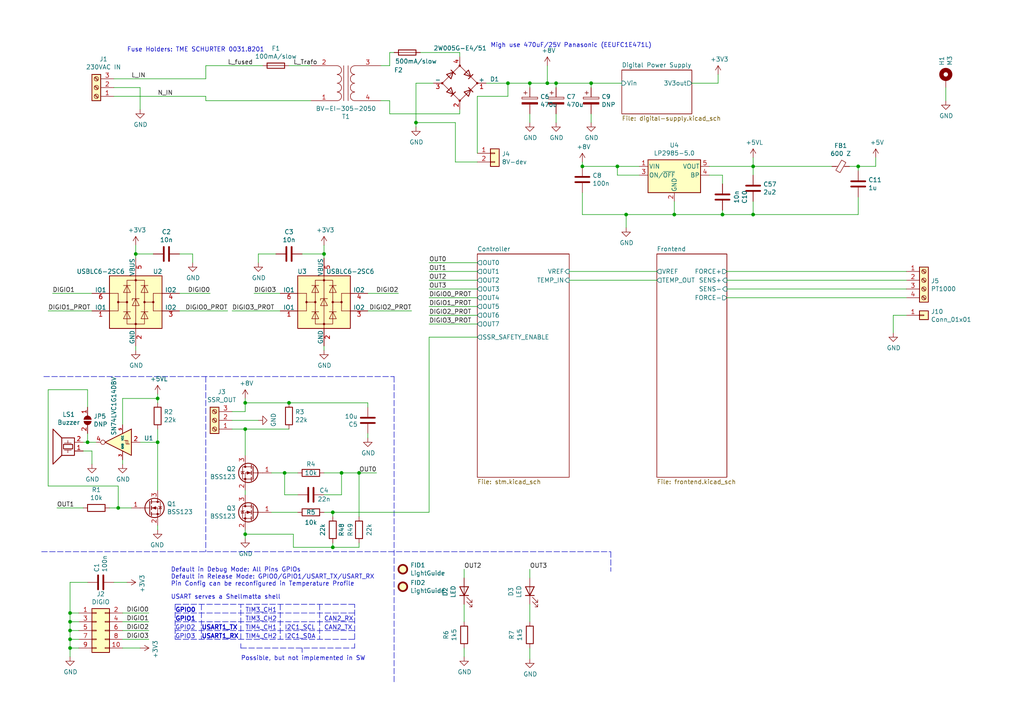
<source format=kicad_sch>
(kicad_sch (version 20211123) (generator eeschema)

  (uuid 6e29a168-58f6-4646-8f8e-20a55f9b625b)

  (paper "A4")

  (title_block
    (title "Reflow Oven Controller")
    (date "2020-02-18")
    (rev "v1.3.1")
    (company "Shimatta")
  )

  

  (junction (at 218.44 62.23) (diameter 0) (color 0 0 0 0)
    (uuid 04531dc9-b6b4-48ec-b64f-49a9ee23e9a4)
  )
  (junction (at 20.32 180.34) (diameter 0) (color 0 0 0 0)
    (uuid 0860f0f9-9454-4cee-958b-2fa73380d4e6)
  )
  (junction (at 179.07 48.26) (diameter 0) (color 0 0 0 0)
    (uuid 0d57b5ad-da83-4716-8911-b68843441603)
  )
  (junction (at 45.72 115.57) (diameter 0) (color 0 0 0 0)
    (uuid 1e5c2d9c-985c-4ae0-b108-958624149978)
  )
  (junction (at 20.32 187.96) (diameter 0) (color 0 0 0 0)
    (uuid 1e910d39-923e-4cde-a7f8-990bba990d8d)
  )
  (junction (at 82.55 137.16) (diameter 0) (color 0 0 0 0)
    (uuid 229ed44d-dbbd-413a-a170-9fa2e0d1e47b)
  )
  (junction (at 99.06 137.16) (diameter 0) (color 0 0 0 0)
    (uuid 26ee565f-deb1-47bc-be26-8c8b8ffadf8b)
  )
  (junction (at 93.98 73.66) (diameter 0) (color 0 0 0 0)
    (uuid 2e984b5f-535e-4033-9da6-1a9223baad59)
  )
  (junction (at 96.52 148.59) (diameter 0) (color 0 0 0 0)
    (uuid 5759d820-3866-4228-8b37-97f569241e89)
  )
  (junction (at 25.4 128.27) (diameter 0) (color 0 0 0 0)
    (uuid 69b579cd-f961-4aea-9fe3-da0f99e53b6d)
  )
  (junction (at 39.37 73.66) (diameter 0) (color 0 0 0 0)
    (uuid 6c0f8b39-e25e-4812-9e17-4ba25eb889a7)
  )
  (junction (at 181.61 62.23) (diameter 0) (color 0 0 0 0)
    (uuid 73b2ca3d-67f3-4552-ad97-e67804f6961c)
  )
  (junction (at 171.45 24.13) (diameter 0) (color 0 0 0 0)
    (uuid 8180644d-b162-4863-934c-d292c4df3fb2)
  )
  (junction (at 45.72 128.27) (diameter 0) (color 0 0 0 0)
    (uuid 85cd5698-d72c-4f07-afd2-96059a5b7012)
  )
  (junction (at 248.92 48.26) (diameter 0) (color 0 0 0 0)
    (uuid 8af2d5ad-70a9-494a-9383-a460dd63da52)
  )
  (junction (at 158.75 24.13) (diameter 0) (color 0 0 0 0)
    (uuid 8efa7566-4ef6-4267-9e7c-7c7a25dc47ae)
  )
  (junction (at 71.12 116.84) (diameter 0) (color 0 0 0 0)
    (uuid a2066d5a-7824-4c84-8135-9650263ab149)
  )
  (junction (at 20.32 185.42) (diameter 0) (color 0 0 0 0)
    (uuid aa09464c-6324-4a0c-a0e6-fea23ac97312)
  )
  (junction (at 209.55 62.23) (diameter 0) (color 0 0 0 0)
    (uuid aebbbf65-f123-44cc-8316-bf737724be54)
  )
  (junction (at 96.52 158.75) (diameter 0) (color 0 0 0 0)
    (uuid b019ad6e-ec2a-4595-abc5-679cfdb81dae)
  )
  (junction (at 20.32 182.88) (diameter 0) (color 0 0 0 0)
    (uuid b505af79-f123-4ccf-b249-5d170be8ac95)
  )
  (junction (at 71.12 124.46) (diameter 0) (color 0 0 0 0)
    (uuid b8a97312-675c-44bb-b5a8-93734ab9244b)
  )
  (junction (at 168.91 48.26) (diameter 0) (color 0 0 0 0)
    (uuid ba9e68e2-18fe-46dc-b3d3-c8f534493f70)
  )
  (junction (at 153.67 24.13) (diameter 0) (color 0 0 0 0)
    (uuid bc428b64-67f6-405c-aae7-e98792711927)
  )
  (junction (at 71.12 154.94) (diameter 0) (color 0 0 0 0)
    (uuid c2123347-f9ae-4c49-ba83-a066fb733369)
  )
  (junction (at 20.32 177.8) (diameter 0) (color 0 0 0 0)
    (uuid c32c3c50-3231-4670-ad91-6bf8e394f17f)
  )
  (junction (at 104.14 137.16) (diameter 0) (color 0 0 0 0)
    (uuid c6f5e7fb-2ddd-49e8-b1fe-0604072190c0)
  )
  (junction (at 147.32 24.13) (diameter 0) (color 0 0 0 0)
    (uuid c84a4de1-e157-4ea3-9be8-949676fcec8a)
  )
  (junction (at 34.29 147.32) (diameter 0) (color 0 0 0 0)
    (uuid d6297317-a5a0-41fe-ad3d-c2a7c8a21d15)
  )
  (junction (at 195.58 62.23) (diameter 0) (color 0 0 0 0)
    (uuid e4bc8156-a1eb-4aec-aa5b-550190247701)
  )
  (junction (at 83.82 116.84) (diameter 0) (color 0 0 0 0)
    (uuid e70df972-6964-4f19-8714-c0169635c69a)
  )
  (junction (at 161.29 24.13) (diameter 0) (color 0 0 0 0)
    (uuid eb3b1a41-2b8b-4cd7-a86f-e5b1a6b5bd6d)
  )
  (junction (at 218.44 48.26) (diameter 0) (color 0 0 0 0)
    (uuid f48b698d-3bbd-4c41-9c35-c495df2b847d)
  )
  (junction (at 120.65 35.56) (diameter 0) (color 0 0 0 0)
    (uuid f6817723-e2ba-4568-abc3-4eff60387083)
  )

  (wire (pts (xy 71.12 115.57) (xy 71.12 116.84))
    (stroke (width 0) (type default) (color 0 0 0 0))
    (uuid 000ba1ae-19a9-4144-bf9d-5541e37e54ef)
  )
  (wire (pts (xy 20.32 177.8) (xy 20.32 180.34))
    (stroke (width 0) (type default) (color 0 0 0 0))
    (uuid 080c5397-b9b1-4d91-aaa8-d22f8b81ee2a)
  )
  (wire (pts (xy 124.46 93.98) (xy 138.43 93.98))
    (stroke (width 0) (type default) (color 0 0 0 0))
    (uuid 0a434ba9-0234-4b71-9d5f-02eca1775e65)
  )
  (wire (pts (xy 45.72 128.27) (xy 45.72 142.24))
    (stroke (width 0) (type default) (color 0 0 0 0))
    (uuid 0a958ae6-c62b-49c3-b8fb-0e8606a53ddc)
  )
  (wire (pts (xy 171.45 33.02) (xy 171.45 35.56))
    (stroke (width 0) (type default) (color 0 0 0 0))
    (uuid 0aeb8739-6b13-40a9-809e-773a778ff2f4)
  )
  (wire (pts (xy 254 48.26) (xy 254 45.72))
    (stroke (width 0) (type default) (color 0 0 0 0))
    (uuid 0c4eae4d-6491-44ab-a557-faf5acd3bb00)
  )
  (wire (pts (xy 71.12 119.38) (xy 67.31 119.38))
    (stroke (width 0) (type default) (color 0 0 0 0))
    (uuid 10e22ec8-858f-4cbb-8bec-2ded127fb05e)
  )
  (wire (pts (xy 96.52 157.48) (xy 96.52 158.75))
    (stroke (width 0) (type default) (color 0 0 0 0))
    (uuid 11fbdb6a-8f3b-4f0c-aac6-89d0a2bd5447)
  )
  (wire (pts (xy 104.14 157.48) (xy 104.14 158.75))
    (stroke (width 0) (type default) (color 0 0 0 0))
    (uuid 15671c79-9282-40f5-8f88-27df54c1f780)
  )
  (wire (pts (xy 93.98 137.16) (xy 99.06 137.16))
    (stroke (width 0) (type default) (color 0 0 0 0))
    (uuid 174ccba0-25f1-400b-8ded-71b462c9893b)
  )
  (wire (pts (xy 153.67 175.26) (xy 153.67 180.34))
    (stroke (width 0) (type default) (color 0 0 0 0))
    (uuid 17a52d19-509c-4676-a267-019012ff7a92)
  )
  (wire (pts (xy 125.73 24.13) (xy 120.65 24.13))
    (stroke (width 0) (type default) (color 0 0 0 0))
    (uuid 19d54e05-e7f3-43b4-bd68-685e10041572)
  )
  (wire (pts (xy 138.43 44.45) (xy 138.43 27.94))
    (stroke (width 0) (type default) (color 0 0 0 0))
    (uuid 1a67bc55-7e03-49eb-a00f-2271715dab2d)
  )
  (wire (pts (xy 24.13 130.81) (xy 26.67 130.81))
    (stroke (width 0) (type default) (color 0 0 0 0))
    (uuid 1b84af0e-d262-4d4d-a2a0-cca8dc70180a)
  )
  (wire (pts (xy 59.69 29.21) (xy 90.17 29.21))
    (stroke (width 0) (type default) (color 0 0 0 0))
    (uuid 1db9b789-291d-4479-be43-499dd7370a33)
  )
  (wire (pts (xy 120.65 35.56) (xy 120.65 36.83))
    (stroke (width 0) (type default) (color 0 0 0 0))
    (uuid 1eec8543-621f-4092-873a-1da3134d3489)
  )
  (wire (pts (xy 147.32 27.94) (xy 147.32 24.13))
    (stroke (width 0) (type default) (color 0 0 0 0))
    (uuid 1f45422d-94e5-4865-a87b-4b76c2a4d54b)
  )
  (wire (pts (xy 161.29 24.13) (xy 171.45 24.13))
    (stroke (width 0) (type default) (color 0 0 0 0))
    (uuid 1f5945a3-4e57-4b78-b3ba-8bc87106ce61)
  )
  (wire (pts (xy 138.43 91.44) (xy 124.46 91.44))
    (stroke (width 0) (type default) (color 0 0 0 0))
    (uuid 214a099c-9eef-4592-958a-8b86a9a839d2)
  )
  (wire (pts (xy 274.32 25.4) (xy 274.32 29.21))
    (stroke (width 0) (type default) (color 0 0 0 0))
    (uuid 21a4a1b3-1167-464f-a7dd-9b8076b31846)
  )
  (wire (pts (xy 179.07 50.8) (xy 179.07 48.26))
    (stroke (width 0) (type default) (color 0 0 0 0))
    (uuid 2316e41d-3ce6-46ef-bcb2-7ca2b7407b10)
  )
  (wire (pts (xy 153.67 24.13) (xy 158.75 24.13))
    (stroke (width 0) (type default) (color 0 0 0 0))
    (uuid 24024ed1-c06c-4d7c-a763-9a639451621d)
  )
  (wire (pts (xy 33.02 27.94) (xy 59.69 27.94))
    (stroke (width 0) (type default) (color 0 0 0 0))
    (uuid 242bf5a0-d8e5-4aa1-912b-805b8ce485d2)
  )
  (wire (pts (xy 20.32 185.42) (xy 22.86 185.42))
    (stroke (width 0) (type default) (color 0 0 0 0))
    (uuid 2650ac5e-20c4-4cc5-af81-2afbc06bdaec)
  )
  (wire (pts (xy 99.06 143.51) (xy 99.06 137.16))
    (stroke (width 0) (type default) (color 0 0 0 0))
    (uuid 2668159c-452a-445f-8716-449da887dcf3)
  )
  (wire (pts (xy 13.97 113.03) (xy 13.97 140.97))
    (stroke (width 0) (type default) (color 0 0 0 0))
    (uuid 26ae2823-9122-47f4-91df-52358acf1666)
  )
  (wire (pts (xy 93.98 148.59) (xy 96.52 148.59))
    (stroke (width 0) (type default) (color 0 0 0 0))
    (uuid 26d349a2-6068-461d-aa33-9b91d2f59d34)
  )
  (wire (pts (xy 106.68 116.84) (xy 83.82 116.84))
    (stroke (width 0) (type default) (color 0 0 0 0))
    (uuid 2722c211-74cd-4cbc-8268-056fe254ae08)
  )
  (wire (pts (xy 73.66 85.09) (xy 81.28 85.09))
    (stroke (width 0) (type default) (color 0 0 0 0))
    (uuid 2772e9dc-9076-419f-96f5-e3162694cc21)
  )
  (wire (pts (xy 93.98 143.51) (xy 99.06 143.51))
    (stroke (width 0) (type default) (color 0 0 0 0))
    (uuid 27aa4581-006b-436a-b1b4-c77336f36aee)
  )
  (wire (pts (xy 96.52 148.59) (xy 124.46 148.59))
    (stroke (width 0) (type default) (color 0 0 0 0))
    (uuid 2b3cf549-1cde-41b3-a014-64ddbe4a5314)
  )
  (wire (pts (xy 25.4 113.03) (xy 13.97 113.03))
    (stroke (width 0) (type default) (color 0 0 0 0))
    (uuid 2bbc95f4-4dd7-4506-a71c-4f27f7c74cef)
  )
  (wire (pts (xy 114.3 15.24) (xy 113.03 15.24))
    (stroke (width 0) (type default) (color 0 0 0 0))
    (uuid 2bd2fde5-740a-47d2-ae92-3a92e886fd42)
  )
  (wire (pts (xy 55.88 73.66) (xy 55.88 76.2))
    (stroke (width 0) (type default) (color 0 0 0 0))
    (uuid 2c41a6bf-027e-4398-b191-a1461053552d)
  )
  (wire (pts (xy 39.37 100.33) (xy 39.37 101.6))
    (stroke (width 0) (type default) (color 0 0 0 0))
    (uuid 2cebb2af-4b37-44e2-9743-a58bdd7c571d)
  )
  (wire (pts (xy 209.55 50.8) (xy 205.74 50.8))
    (stroke (width 0) (type default) (color 0 0 0 0))
    (uuid 2fb84559-7c55-4d5d-a6a6-0882c17e9d51)
  )
  (wire (pts (xy 133.35 15.24) (xy 121.92 15.24))
    (stroke (width 0) (type default) (color 0 0 0 0))
    (uuid 30bf29ca-ff52-4811-82df-79bf8a3f83a5)
  )
  (wire (pts (xy 153.67 35.56) (xy 153.67 33.02))
    (stroke (width 0) (type default) (color 0 0 0 0))
    (uuid 30e47b6e-9b81-4fd0-a84a-bb3f3829efe4)
  )
  (wire (pts (xy 106.68 90.17) (xy 119.38 90.17))
    (stroke (width 0) (type default) (color 0 0 0 0))
    (uuid 319604ed-f55b-4201-bd66-27cb8139834e)
  )
  (wire (pts (xy 52.07 73.66) (xy 55.88 73.66))
    (stroke (width 0) (type default) (color 0 0 0 0))
    (uuid 344a3522-748f-4cb7-b349-fc6d1db1fa52)
  )
  (wire (pts (xy 59.69 19.05) (xy 59.69 22.86))
    (stroke (width 0) (type default) (color 0 0 0 0))
    (uuid 3898f5c8-ee96-4e35-bcf8-d01755d4153d)
  )
  (wire (pts (xy 24.13 147.32) (xy 16.51 147.32))
    (stroke (width 0) (type default) (color 0 0 0 0))
    (uuid 3916bae5-4947-41ef-a47c-be11b5751bbe)
  )
  (wire (pts (xy 34.29 140.97) (xy 34.29 147.32))
    (stroke (width 0) (type default) (color 0 0 0 0))
    (uuid 3b01e74f-4786-4085-a81c-f005ef68ad3b)
  )
  (wire (pts (xy 71.12 154.94) (xy 85.09 154.94))
    (stroke (width 0) (type default) (color 0 0 0 0))
    (uuid 3c03eba0-1805-46dd-8a25-66bd23eb12a0)
  )
  (wire (pts (xy 115.57 85.09) (xy 106.68 85.09))
    (stroke (width 0) (type default) (color 0 0 0 0))
    (uuid 3d9b2ba7-5138-4ef5-894d-4f332d1ccc3d)
  )
  (polyline (pts (xy 50.8 175.26) (xy 50.8 185.42))
    (stroke (width 0) (type default) (color 0 0 0 0))
    (uuid 3ee69222-f865-4a97-80a0-2077d8f8177f)
  )

  (wire (pts (xy 120.65 24.13) (xy 120.65 35.56))
    (stroke (width 0) (type default) (color 0 0 0 0))
    (uuid 3f69466e-afec-48dc-b764-23b258a1256a)
  )
  (polyline (pts (xy 87.63 187.96) (xy 87.63 189.23))
    (stroke (width 0) (type default) (color 0 0 0 0))
    (uuid 40c97666-2dd6-408b-87f6-b3762c686762)
  )

  (wire (pts (xy 106.68 118.11) (xy 106.68 116.84))
    (stroke (width 0) (type default) (color 0 0 0 0))
    (uuid 411006c1-3fcd-4276-8a15-ae08cd23fe14)
  )
  (wire (pts (xy 179.07 48.26) (xy 185.42 48.26))
    (stroke (width 0) (type default) (color 0 0 0 0))
    (uuid 429c7dc3-e9fa-4c90-89dc-93c7fbb4627d)
  )
  (wire (pts (xy 161.29 35.56) (xy 161.29 33.02))
    (stroke (width 0) (type default) (color 0 0 0 0))
    (uuid 43528b9c-ef96-41ea-bdd5-4a3050c247d7)
  )
  (wire (pts (xy 25.4 118.11) (xy 25.4 113.03))
    (stroke (width 0) (type default) (color 0 0 0 0))
    (uuid 458f7c46-4760-4fd6-bc19-1e57938220e8)
  )
  (wire (pts (xy 158.75 24.13) (xy 158.75 19.05))
    (stroke (width 0) (type default) (color 0 0 0 0))
    (uuid 45b05d24-fecd-498a-bab1-79cc4a63c261)
  )
  (wire (pts (xy 124.46 88.9) (xy 138.43 88.9))
    (stroke (width 0) (type default) (color 0 0 0 0))
    (uuid 45f61841-80c4-4af5-8bb0-7741db19f2f8)
  )
  (wire (pts (xy 208.28 24.13) (xy 208.28 21.59))
    (stroke (width 0) (type default) (color 0 0 0 0))
    (uuid 4612d905-2284-4936-89bb-3a7f52bd68b0)
  )
  (wire (pts (xy 71.12 156.21) (xy 71.12 154.94))
    (stroke (width 0) (type default) (color 0 0 0 0))
    (uuid 464ea399-28ac-4ecf-93ca-8109f99118e2)
  )
  (wire (pts (xy 67.31 124.46) (xy 71.12 124.46))
    (stroke (width 0) (type default) (color 0 0 0 0))
    (uuid 4b77f7a8-d6aa-4775-afdc-064a86ac3c06)
  )
  (wire (pts (xy 218.44 45.72) (xy 218.44 48.26))
    (stroke (width 0) (type default) (color 0 0 0 0))
    (uuid 4b998f5d-c90b-4935-a195-8c6dc2648ada)
  )
  (wire (pts (xy 181.61 62.23) (xy 195.58 62.23))
    (stroke (width 0) (type default) (color 0 0 0 0))
    (uuid 4ba55d6f-ac94-4d74-ad6c-c1bd0b5bce0c)
  )
  (wire (pts (xy 83.82 116.84) (xy 71.12 116.84))
    (stroke (width 0) (type default) (color 0 0 0 0))
    (uuid 4c7a41e8-25e8-4eb0-be7c-a7c812a9447d)
  )
  (wire (pts (xy 15.24 85.09) (xy 26.67 85.09))
    (stroke (width 0) (type default) (color 0 0 0 0))
    (uuid 4e1a7bc0-be2d-4f19-bf71-d169ee159248)
  )
  (wire (pts (xy 185.42 50.8) (xy 179.07 50.8))
    (stroke (width 0) (type default) (color 0 0 0 0))
    (uuid 4e20c7b2-7da1-4d43-ae31-c585422f833a)
  )
  (wire (pts (xy 210.82 81.28) (xy 262.89 81.28))
    (stroke (width 0) (type default) (color 0 0 0 0))
    (uuid 518f22ec-6ff1-4688-b2c5-f9523684677b)
  )
  (wire (pts (xy 153.67 191.135) (xy 153.67 187.96))
    (stroke (width 0) (type default) (color 0 0 0 0))
    (uuid 524ba7b6-aebd-439d-989a-799f2930efc4)
  )
  (wire (pts (xy 24.13 128.27) (xy 25.4 128.27))
    (stroke (width 0) (type default) (color 0 0 0 0))
    (uuid 55213a33-b3a5-43d4-a190-504c32404851)
  )
  (wire (pts (xy 113.03 33.02) (xy 133.35 33.02))
    (stroke (width 0) (type default) (color 0 0 0 0))
    (uuid 553170cd-ee32-494b-8867-1cc840e808fa)
  )
  (wire (pts (xy 181.61 62.23) (xy 181.61 66.04))
    (stroke (width 0) (type default) (color 0 0 0 0))
    (uuid 55d50932-47cf-4ae5-979b-87e20581ee3e)
  )
  (wire (pts (xy 168.91 62.23) (xy 181.61 62.23))
    (stroke (width 0) (type default) (color 0 0 0 0))
    (uuid 565064f0-a3ad-4e67-94a1-f964b605217e)
  )
  (wire (pts (xy 190.5 81.28) (xy 165.1 81.28))
    (stroke (width 0) (type default) (color 0 0 0 0))
    (uuid 56a0053f-6c60-4653-8b2e-1fa32fb09e97)
  )
  (wire (pts (xy 168.91 48.26) (xy 179.07 48.26))
    (stroke (width 0) (type default) (color 0 0 0 0))
    (uuid 5715c485-4223-439b-99db-4c09f36dc03d)
  )
  (wire (pts (xy 81.28 90.17) (xy 67.31 90.17))
    (stroke (width 0) (type default) (color 0 0 0 0))
    (uuid 5c68c46c-b74e-44aa-b29b-3bd412aeae78)
  )
  (wire (pts (xy 262.89 91.44) (xy 259.08 91.44))
    (stroke (width 0) (type default) (color 0 0 0 0))
    (uuid 5ce1d261-7afa-4222-9940-1ecbda369d9a)
  )
  (wire (pts (xy 153.67 165.1) (xy 153.67 167.64))
    (stroke (width 0) (type default) (color 0 0 0 0))
    (uuid 5d863093-ba87-4b2a-936f-bc5ade200b8c)
  )
  (wire (pts (xy 25.4 125.73) (xy 25.4 128.27))
    (stroke (width 0) (type default) (color 0 0 0 0))
    (uuid 5ff5e4c7-1802-4973-a3f0-b35dad5d85a0)
  )
  (polyline (pts (xy 50.8 180.34) (xy 102.87 180.34))
    (stroke (width 0) (type default) (color 0 0 0 0))
    (uuid 604edb7e-b041-4490-a3ca-6f241fc982ff)
  )

  (wire (pts (xy 20.32 185.42) (xy 20.32 187.96))
    (stroke (width 0) (type default) (color 0 0 0 0))
    (uuid 608c03cf-2d27-4ab8-8549-0681479da22d)
  )
  (wire (pts (xy 124.46 81.28) (xy 138.43 81.28))
    (stroke (width 0) (type default) (color 0 0 0 0))
    (uuid 60fabce2-a63c-43d8-b2fd-d6e9d6e6029c)
  )
  (wire (pts (xy 59.69 19.05) (xy 76.2 19.05))
    (stroke (width 0) (type default) (color 0 0 0 0))
    (uuid 62a2a630-2492-41bb-9866-41fdf7c92216)
  )
  (wire (pts (xy 104.14 137.16) (xy 104.14 149.86))
    (stroke (width 0) (type default) (color 0 0 0 0))
    (uuid 65304615-9278-4169-a612-b6d724ba8c93)
  )
  (wire (pts (xy 71.12 124.46) (xy 83.82 124.46))
    (stroke (width 0) (type default) (color 0 0 0 0))
    (uuid 6638397a-a51a-4d78-a080-21881e28af3d)
  )
  (wire (pts (xy 246.38 48.26) (xy 248.92 48.26))
    (stroke (width 0) (type default) (color 0 0 0 0))
    (uuid 67fdd019-915f-449c-9223-eaa90f9352f5)
  )
  (polyline (pts (xy 102.87 185.42) (xy 102.87 175.26))
    (stroke (width 0) (type default) (color 0 0 0 0))
    (uuid 68ab11e8-b6f0-40fd-9b9f-0b2f7a31ba79)
  )

  (wire (pts (xy 153.67 25.4) (xy 153.67 24.13))
    (stroke (width 0) (type default) (color 0 0 0 0))
    (uuid 6a385715-78d4-44e6-a881-e0db9fd09d5d)
  )
  (wire (pts (xy 39.37 71.12) (xy 39.37 73.66))
    (stroke (width 0) (type default) (color 0 0 0 0))
    (uuid 6b34f75d-6a9f-46fd-b5f6-0b0f509981bb)
  )
  (wire (pts (xy 134.62 187.96) (xy 134.62 190.5))
    (stroke (width 0) (type default) (color 0 0 0 0))
    (uuid 6b5e03a3-02b8-41ec-87d8-5f8a6766ed1b)
  )
  (wire (pts (xy 78.74 148.59) (xy 86.36 148.59))
    (stroke (width 0) (type default) (color 0 0 0 0))
    (uuid 6d034082-418c-49c2-96b3-17ad9ea19c94)
  )
  (wire (pts (xy 26.67 130.81) (xy 26.67 134.62))
    (stroke (width 0) (type default) (color 0 0 0 0))
    (uuid 6d7b2774-cc8b-47b6-b385-a0090709b3ea)
  )
  (wire (pts (xy 80.01 73.66) (xy 74.93 73.66))
    (stroke (width 0) (type default) (color 0 0 0 0))
    (uuid 6d8fd994-4a7a-4f4d-bfe3-a9aa1c14ce99)
  )
  (wire (pts (xy 20.32 180.34) (xy 20.32 182.88))
    (stroke (width 0) (type default) (color 0 0 0 0))
    (uuid 6f0046d9-9501-4389-b40c-c534b6ae67b1)
  )
  (wire (pts (xy 209.55 53.34) (xy 209.55 50.8))
    (stroke (width 0) (type default) (color 0 0 0 0))
    (uuid 736d6ba4-dacc-47ea-b035-1d72a454f2d5)
  )
  (wire (pts (xy 165.1 78.74) (xy 190.5 78.74))
    (stroke (width 0) (type default) (color 0 0 0 0))
    (uuid 73806fef-d7e3-45f9-ac57-9f4f3d68744b)
  )
  (wire (pts (xy 248.92 57.15) (xy 248.92 62.23))
    (stroke (width 0) (type default) (color 0 0 0 0))
    (uuid 73ff00dc-194c-4ee4-8273-9e7a96261b47)
  )
  (wire (pts (xy 45.72 116.84) (xy 45.72 115.57))
    (stroke (width 0) (type default) (color 0 0 0 0))
    (uuid 74195102-ac90-4a30-ae99-39375a03b836)
  )
  (wire (pts (xy 205.74 48.26) (xy 218.44 48.26))
    (stroke (width 0) (type default) (color 0 0 0 0))
    (uuid 74420213-5e8b-4aae-b00c-5bf3db2dd2c9)
  )
  (wire (pts (xy 25.4 128.27) (xy 27.94 128.27))
    (stroke (width 0) (type default) (color 0 0 0 0))
    (uuid 750f4eec-2625-4a36-976c-0ab0688512a5)
  )
  (wire (pts (xy 22.86 187.96) (xy 20.32 187.96))
    (stroke (width 0) (type default) (color 0 0 0 0))
    (uuid 76e2f149-9fab-48b0-995d-d1794f9a58b5)
  )
  (wire (pts (xy 124.46 86.36) (xy 138.43 86.36))
    (stroke (width 0) (type default) (color 0 0 0 0))
    (uuid 775a3701-eba0-45c4-b88a-781ff5c7d045)
  )
  (polyline (pts (xy 102.87 187.96) (xy 102.87 186.69))
    (stroke (width 0) (type default) (color 0 0 0 0))
    (uuid 79038472-0dfa-42d2-81c5-d94b74567053)
  )

  (wire (pts (xy 52.07 90.17) (xy 66.04 90.17))
    (stroke (width 0) (type default) (color 0 0 0 0))
    (uuid 7a4dfd2d-7bde-4a78-bb62-40b77a57236f)
  )
  (polyline (pts (xy 81.28 175.26) (xy 81.28 185.42))
    (stroke (width 0) (type default) (color 0 0 0 0))
    (uuid 7aa68e38-42b7-44c8-9f86-6f50a7874c1c)
  )

  (wire (pts (xy 85.09 154.94) (xy 85.09 158.75))
    (stroke (width 0) (type default) (color 0 0 0 0))
    (uuid 7bc27c28-aac9-415e-b3c4-e22e40a978b5)
  )
  (wire (pts (xy 45.72 128.27) (xy 40.64 128.27))
    (stroke (width 0) (type default) (color 0 0 0 0))
    (uuid 7bdd6d84-a9b4-4548-a2df-32a4e92e9b0c)
  )
  (wire (pts (xy 134.62 167.64) (xy 134.62 165.1))
    (stroke (width 0) (type default) (color 0 0 0 0))
    (uuid 7e3bec09-d90e-475e-9b4b-9f2e18f12076)
  )
  (wire (pts (xy 22.86 182.88) (xy 20.32 182.88))
    (stroke (width 0) (type default) (color 0 0 0 0))
    (uuid 7f502723-f9e9-4c92-92b9-a2112c33ff48)
  )
  (polyline (pts (xy 92.71 175.26) (xy 92.71 185.42))
    (stroke (width 0) (type default) (color 0 0 0 0))
    (uuid 7fc7f9e6-93a7-45e6-8450-6d461d913b69)
  )

  (wire (pts (xy 106.68 127) (xy 106.68 125.73))
    (stroke (width 0) (type default) (color 0 0 0 0))
    (uuid 8173f8c1-45a2-4654-b06b-8c1540674277)
  )
  (wire (pts (xy 113.03 29.21) (xy 113.03 33.02))
    (stroke (width 0) (type default) (color 0 0 0 0))
    (uuid 81788e98-243c-440b-9e5b-f46aec5bdc77)
  )
  (polyline (pts (xy 12.065 160.02) (xy 177.165 160.02))
    (stroke (width 0) (type default) (color 0 0 0 0))
    (uuid 85e41b90-faa3-4d6d-a1f5-8aecbb69f3bb)
  )

  (wire (pts (xy 74.93 73.66) (xy 74.93 76.2))
    (stroke (width 0) (type default) (color 0 0 0 0))
    (uuid 8893c97d-861c-489c-ae0e-be1593bc61ec)
  )
  (wire (pts (xy 138.43 97.79) (xy 124.46 97.79))
    (stroke (width 0) (type default) (color 0 0 0 0))
    (uuid 88c2644d-1f94-4e0b-95dc-67d6caa5ec4f)
  )
  (wire (pts (xy 262.89 86.36) (xy 210.82 86.36))
    (stroke (width 0) (type default) (color 0 0 0 0))
    (uuid 8c5fc474-7432-4273-b848-c435b524dd4f)
  )
  (wire (pts (xy 113.03 19.05) (xy 110.49 19.05))
    (stroke (width 0) (type default) (color 0 0 0 0))
    (uuid 8dee556e-3f69-4fe9-ae24-bbd832c09a4e)
  )
  (polyline (pts (xy 58.42 175.26) (xy 58.42 185.42))
    (stroke (width 0) (type default) (color 0 0 0 0))
    (uuid 8fcb54fc-0b34-4c20-98ce-9d3cb15b738c)
  )

  (wire (pts (xy 93.98 73.66) (xy 93.98 74.93))
    (stroke (width 0) (type default) (color 0 0 0 0))
    (uuid 905fcbc8-0229-4d8e-a603-cc4eec05a5e5)
  )
  (wire (pts (xy 132.08 46.99) (xy 138.43 46.99))
    (stroke (width 0) (type default) (color 0 0 0 0))
    (uuid 91627a62-5348-407c-80a9-afb7e23030c2)
  )
  (wire (pts (xy 67.31 121.92) (xy 74.93 121.92))
    (stroke (width 0) (type default) (color 0 0 0 0))
    (uuid 922fcc76-d52b-43b9-89d5-6c22ba8164a7)
  )
  (wire (pts (xy 210.82 83.82) (xy 262.89 83.82))
    (stroke (width 0) (type default) (color 0 0 0 0))
    (uuid 930138a3-8d3a-406c-913f-72d0fe2b9f0b)
  )
  (wire (pts (xy 43.18 182.88) (xy 35.56 182.88))
    (stroke (width 0) (type default) (color 0 0 0 0))
    (uuid 9321a3e7-6bc4-4065-8bb3-4efb8433a5cb)
  )
  (wire (pts (xy 20.32 180.34) (xy 22.86 180.34))
    (stroke (width 0) (type default) (color 0 0 0 0))
    (uuid 938b70f4-b532-477d-b045-ae28f971dc71)
  )
  (wire (pts (xy 13.97 140.97) (xy 34.29 140.97))
    (stroke (width 0) (type default) (color 0 0 0 0))
    (uuid 94665ad7-fa80-4d20-b8d9-28563018034b)
  )
  (wire (pts (xy 133.35 16.51) (xy 133.35 15.24))
    (stroke (width 0) (type default) (color 0 0 0 0))
    (uuid 956b822c-5531-4d45-9d55-263a07bf7ae0)
  )
  (wire (pts (xy 209.55 62.23) (xy 218.44 62.23))
    (stroke (width 0) (type default) (color 0 0 0 0))
    (uuid 9597639a-213d-4ed7-92a3-c4651524023b)
  )
  (wire (pts (xy 171.45 24.13) (xy 180.34 24.13))
    (stroke (width 0) (type default) (color 0 0 0 0))
    (uuid 9704d594-00aa-4f21-8970-508b952fd50f)
  )
  (wire (pts (xy 132.08 35.56) (xy 132.08 46.99))
    (stroke (width 0) (type default) (color 0 0 0 0))
    (uuid 971979e8-33ab-40de-9e2f-99be79f491c4)
  )
  (polyline (pts (xy 69.85 185.42) (xy 69.85 175.26))
    (stroke (width 0) (type default) (color 0 0 0 0))
    (uuid 976b21da-cc31-4cc0-b69b-5f44d316adf8)
  )

  (wire (pts (xy 40.64 31.75) (xy 40.64 25.4))
    (stroke (width 0) (type default) (color 0 0 0 0))
    (uuid 97bc2ce1-81ec-42f9-a44f-c7d1c35a2d83)
  )
  (wire (pts (xy 168.91 55.88) (xy 168.91 62.23))
    (stroke (width 0) (type default) (color 0 0 0 0))
    (uuid 98f5c58c-3122-4511-a261-efac3670cc15)
  )
  (wire (pts (xy 248.92 49.53) (xy 248.92 48.26))
    (stroke (width 0) (type default) (color 0 0 0 0))
    (uuid 99434c63-777c-432f-8299-7b90796ab6a1)
  )
  (polyline (pts (xy 69.85 186.69) (xy 69.85 187.96))
    (stroke (width 0) (type default) (color 0 0 0 0))
    (uuid 9b9a8b02-1c3e-4350-a68c-a11496400671)
  )

  (wire (pts (xy 82.55 137.16) (xy 86.36 137.16))
    (stroke (width 0) (type default) (color 0 0 0 0))
    (uuid 9bd49f21-3a5c-4ff7-9a76-4d4021b1b1b5)
  )
  (wire (pts (xy 78.74 137.16) (xy 82.55 137.16))
    (stroke (width 0) (type default) (color 0 0 0 0))
    (uuid 9c1e096e-86a4-411e-aece-58cc636aa9fb)
  )
  (polyline (pts (xy 59.69 109.22) (xy 59.69 160.02))
    (stroke (width 0) (type default) (color 0 0 0 0))
    (uuid 9c9e1112-c176-49da-81fd-fd8dbde70b83)
  )

  (wire (pts (xy 124.46 148.59) (xy 124.46 97.79))
    (stroke (width 0) (type default) (color 0 0 0 0))
    (uuid 9e9bbadd-e1f7-418e-8ada-d346a50f0e76)
  )
  (wire (pts (xy 35.56 185.42) (xy 43.18 185.42))
    (stroke (width 0) (type default) (color 0 0 0 0))
    (uuid 9f8fdbcf-8057-4b34-a7c4-c66b5320ff54)
  )
  (wire (pts (xy 83.82 19.05) (xy 90.17 19.05))
    (stroke (width 0) (type default) (color 0 0 0 0))
    (uuid a53b1b22-6c0c-4605-afcb-b7ffb5e6b051)
  )
  (wire (pts (xy 36.83 168.91) (xy 33.02 168.91))
    (stroke (width 0) (type default) (color 0 0 0 0))
    (uuid a6ac913c-f24f-4c2f-a66a-10756f4630b5)
  )
  (wire (pts (xy 20.32 168.91) (xy 25.4 168.91))
    (stroke (width 0) (type default) (color 0 0 0 0))
    (uuid a8479d1d-324d-44fb-b6ee-28a2844d92af)
  )
  (wire (pts (xy 43.18 177.8) (xy 35.56 177.8))
    (stroke (width 0) (type default) (color 0 0 0 0))
    (uuid a86f77df-ac92-4476-b50e-4ef800599018)
  )
  (wire (pts (xy 20.32 187.96) (xy 20.32 190.5))
    (stroke (width 0) (type default) (color 0 0 0 0))
    (uuid a894dd43-8f51-431f-a295-8cb56919b0e5)
  )
  (wire (pts (xy 40.64 187.96) (xy 35.56 187.96))
    (stroke (width 0) (type default) (color 0 0 0 0))
    (uuid a9284481-5592-424d-b75f-a0540b8754ae)
  )
  (wire (pts (xy 87.63 73.66) (xy 93.98 73.66))
    (stroke (width 0) (type default) (color 0 0 0 0))
    (uuid abdba8ff-70b1-4b5d-b32e-fb4f4f4b356e)
  )
  (wire (pts (xy 20.32 177.8) (xy 20.32 168.91))
    (stroke (width 0) (type default) (color 0 0 0 0))
    (uuid ac549599-c25f-4185-8630-fa3b7e1d4383)
  )
  (wire (pts (xy 262.89 78.74) (xy 210.82 78.74))
    (stroke (width 0) (type default) (color 0 0 0 0))
    (uuid ae062425-d8d9-4110-b0c2-6441f54caf11)
  )
  (wire (pts (xy 104.14 137.16) (xy 109.22 137.16))
    (stroke (width 0) (type default) (color 0 0 0 0))
    (uuid aec5c408-91e9-48b4-8756-001fb56cebfe)
  )
  (wire (pts (xy 39.37 73.66) (xy 44.45 73.66))
    (stroke (width 0) (type default) (color 0 0 0 0))
    (uuid b044f770-99ec-43eb-8da5-b737f3eef55b)
  )
  (wire (pts (xy 35.56 180.34) (xy 43.18 180.34))
    (stroke (width 0) (type default) (color 0 0 0 0))
    (uuid b0b05df1-bc43-4ece-8434-3dfda5c2f7a1)
  )
  (wire (pts (xy 71.12 154.94) (xy 71.12 153.67))
    (stroke (width 0) (type default) (color 0 0 0 0))
    (uuid b5adb94d-cc80-4009-a7f8-f243d614342f)
  )
  (wire (pts (xy 40.64 25.4) (xy 33.02 25.4))
    (stroke (width 0) (type default) (color 0 0 0 0))
    (uuid b701e743-6ffc-4e72-a695-7bc3a22d3ac7)
  )
  (wire (pts (xy 96.52 158.75) (xy 104.14 158.75))
    (stroke (width 0) (type default) (color 0 0 0 0))
    (uuid b717102f-85f2-40c6-b584-55fef16520de)
  )
  (wire (pts (xy 34.29 147.32) (xy 38.1 147.32))
    (stroke (width 0) (type default) (color 0 0 0 0))
    (uuid b859ad38-6b63-43c9-a21d-5bc5f934195d)
  )
  (wire (pts (xy 93.98 101.6) (xy 93.98 100.33))
    (stroke (width 0) (type default) (color 0 0 0 0))
    (uuid b90b0f56-5f7c-4aa9-9eb8-fd0ba1d243cc)
  )
  (wire (pts (xy 209.55 60.96) (xy 209.55 62.23))
    (stroke (width 0) (type default) (color 0 0 0 0))
    (uuid b9e75b92-576a-47f2-8454-6790b0da2596)
  )
  (wire (pts (xy 113.03 15.24) (xy 113.03 19.05))
    (stroke (width 0) (type default) (color 0 0 0 0))
    (uuid ba2f1f87-f4d5-4094-81d0-1acc17ede416)
  )
  (wire (pts (xy 124.46 76.2) (xy 138.43 76.2))
    (stroke (width 0) (type default) (color 0 0 0 0))
    (uuid bb48e294-efe1-4399-936f-010795803cf2)
  )
  (wire (pts (xy 171.45 25.4) (xy 171.45 24.13))
    (stroke (width 0) (type default) (color 0 0 0 0))
    (uuid bd0a6add-6654-4949-a94c-5e79f50a300a)
  )
  (wire (pts (xy 218.44 48.26) (xy 241.3 48.26))
    (stroke (width 0) (type default) (color 0 0 0 0))
    (uuid be604eb7-517b-429e-ab24-8820d71b9da3)
  )
  (wire (pts (xy 140.97 24.13) (xy 147.32 24.13))
    (stroke (width 0) (type default) (color 0 0 0 0))
    (uuid c1179c58-fd4f-46e4-b5cf-705d430fa811)
  )
  (polyline (pts (xy 50.8 175.26) (xy 102.87 175.26))
    (stroke (width 0) (type default) (color 0 0 0 0))
    (uuid c1f86e68-48ef-4b38-bf76-4998ee0f31f9)
  )

  (wire (pts (xy 59.69 27.94) (xy 59.69 29.21))
    (stroke (width 0) (type default) (color 0 0 0 0))
    (uuid c251a589-1561-4738-bd91-658d7ec460ee)
  )
  (wire (pts (xy 71.12 132.08) (xy 71.12 124.46))
    (stroke (width 0) (type default) (color 0 0 0 0))
    (uuid c3a8403a-6a30-49f3-b2c8-0d482f464b83)
  )
  (polyline (pts (xy 177.165 160.02) (xy 177.165 165.735))
    (stroke (width 0) (type default) (color 0 0 0 0))
    (uuid c5f436d5-9ceb-4992-bdd9-80d13fb0f487)
  )

  (wire (pts (xy 133.35 33.02) (xy 133.35 31.75))
    (stroke (width 0) (type default) (color 0 0 0 0))
    (uuid c69cc66c-1fa9-42e2-8f10-c4b0191c1a6c)
  )
  (polyline (pts (xy 69.85 187.96) (xy 102.87 187.96))
    (stroke (width 0) (type default) (color 0 0 0 0))
    (uuid c6c72560-853c-47da-89e8-00f91d06e603)
  )

  (wire (pts (xy 71.12 143.51) (xy 71.12 142.24))
    (stroke (width 0) (type default) (color 0 0 0 0))
    (uuid c7ccf5fa-0fac-4076-af25-301b9220c9d6)
  )
  (polyline (pts (xy 12.7 109.22) (xy 114.3 109.22))
    (stroke (width 0) (type default) (color 0 0 0 0))
    (uuid c8fa99ce-73ba-48f0-8571-761bf0c6feb7)
  )

  (wire (pts (xy 93.98 71.12) (xy 93.98 73.66))
    (stroke (width 0) (type default) (color 0 0 0 0))
    (uuid cd2e8d98-1c56-4a37-9d79-611c2f7156f3)
  )
  (wire (pts (xy 45.72 152.4) (xy 45.72 153.67))
    (stroke (width 0) (type default) (color 0 0 0 0))
    (uuid cdccfe12-03c5-4391-b0b6-0e94e08e8756)
  )
  (wire (pts (xy 35.56 115.57) (xy 45.72 115.57))
    (stroke (width 0) (type default) (color 0 0 0 0))
    (uuid cf1909d9-cfb9-40d4-862f-5a020eba6214)
  )
  (wire (pts (xy 85.09 158.75) (xy 96.52 158.75))
    (stroke (width 0) (type default) (color 0 0 0 0))
    (uuid cfa2db1e-d089-42d1-a3b2-34379c8f1efa)
  )
  (wire (pts (xy 96.52 149.86) (xy 96.52 148.59))
    (stroke (width 0) (type default) (color 0 0 0 0))
    (uuid d00a8fc0-7bcd-4de9-96c8-4524b8a186cd)
  )
  (wire (pts (xy 110.49 29.21) (xy 113.03 29.21))
    (stroke (width 0) (type default) (color 0 0 0 0))
    (uuid d052fc61-a25f-43ef-80ab-3e914a66db34)
  )
  (wire (pts (xy 82.55 143.51) (xy 82.55 137.16))
    (stroke (width 0) (type default) (color 0 0 0 0))
    (uuid d05f9a76-e14e-4692-bc97-698e41e0b6c3)
  )
  (polyline (pts (xy 50.8 182.88) (xy 102.87 182.88))
    (stroke (width 0) (type default) (color 0 0 0 0))
    (uuid d2862378-29bc-42b5-a4aa-fa5b6e61f601)
  )

  (wire (pts (xy 60.96 85.09) (xy 52.07 85.09))
    (stroke (width 0) (type default) (color 0 0 0 0))
    (uuid d348c0d5-1b50-43a6-a09e-e9ee327d9017)
  )
  (wire (pts (xy 158.75 24.13) (xy 161.29 24.13))
    (stroke (width 0) (type default) (color 0 0 0 0))
    (uuid d4547d08-ebb7-4b58-89b9-3828256a81a5)
  )
  (wire (pts (xy 168.91 48.26) (xy 168.91 46.99))
    (stroke (width 0) (type default) (color 0 0 0 0))
    (uuid d7206e98-3a3f-46ce-86b5-704fb8bf2b4e)
  )
  (wire (pts (xy 218.44 58.42) (xy 218.44 62.23))
    (stroke (width 0) (type default) (color 0 0 0 0))
    (uuid d7b7f2ab-1a3d-4b88-9f92-3b913fd5dc31)
  )
  (wire (pts (xy 124.46 83.82) (xy 138.43 83.82))
    (stroke (width 0) (type default) (color 0 0 0 0))
    (uuid d7cf2b9a-3563-42a5-903c-7ffc69bef8ef)
  )
  (polyline (pts (xy 114.3 109.22) (xy 114.3 198.12))
    (stroke (width 0) (type default) (color 0 0 0 0))
    (uuid ddba0ebd-7dc8-4253-991f-02c72a3ce73a)
  )

  (wire (pts (xy 71.12 116.84) (xy 71.12 119.38))
    (stroke (width 0) (type default) (color 0 0 0 0))
    (uuid dfcfdda9-5b68-401e-b19a-9bbdca8a1061)
  )
  (wire (pts (xy 86.36 143.51) (xy 82.55 143.51))
    (stroke (width 0) (type default) (color 0 0 0 0))
    (uuid e0eb0e24-4b66-4ef9-9448-4b525479f7b2)
  )
  (wire (pts (xy 195.58 62.23) (xy 209.55 62.23))
    (stroke (width 0) (type default) (color 0 0 0 0))
    (uuid e149b93f-0231-4d49-b155-8d68e56bcb25)
  )
  (wire (pts (xy 45.72 124.46) (xy 45.72 128.27))
    (stroke (width 0) (type default) (color 0 0 0 0))
    (uuid e2b7467d-3c93-453a-a664-b338ed022489)
  )
  (wire (pts (xy 134.62 180.34) (xy 134.62 175.26))
    (stroke (width 0) (type default) (color 0 0 0 0))
    (uuid e2e4408a-2e93-487c-bae8-5f21569358e1)
  )
  (wire (pts (xy 200.66 24.13) (xy 208.28 24.13))
    (stroke (width 0) (type default) (color 0 0 0 0))
    (uuid e4d36ce8-a34a-4010-8d16-8cfe33609724)
  )
  (wire (pts (xy 35.56 133.35) (xy 35.56 134.62))
    (stroke (width 0) (type default) (color 0 0 0 0))
    (uuid e5cd080e-5d77-455a-94ea-0306fb41f0e7)
  )
  (wire (pts (xy 39.37 73.66) (xy 39.37 74.93))
    (stroke (width 0) (type default) (color 0 0 0 0))
    (uuid e7f07bfb-49f1-4eea-b160-2dea04b0edc2)
  )
  (wire (pts (xy 161.29 25.4) (xy 161.29 24.13))
    (stroke (width 0) (type default) (color 0 0 0 0))
    (uuid e8d2620d-b0ee-459a-be45-abd5b9739c9b)
  )
  (wire (pts (xy 124.46 78.74) (xy 138.43 78.74))
    (stroke (width 0) (type default) (color 0 0 0 0))
    (uuid e8eac3d4-af87-4d9b-a96a-f2ab198532b2)
  )
  (wire (pts (xy 33.02 22.86) (xy 59.69 22.86))
    (stroke (width 0) (type default) (color 0 0 0 0))
    (uuid ed9db394-c10d-4c89-ae66-1f16808b319a)
  )
  (wire (pts (xy 218.44 50.8) (xy 218.44 48.26))
    (stroke (width 0) (type default) (color 0 0 0 0))
    (uuid ee822f3a-b725-49a8-b38f-c793141d3ddc)
  )
  (wire (pts (xy 31.75 147.32) (xy 34.29 147.32))
    (stroke (width 0) (type default) (color 0 0 0 0))
    (uuid eeea6099-cee2-4161-bcf0-4b0088c42c3b)
  )
  (wire (pts (xy 259.08 91.44) (xy 259.08 96.52))
    (stroke (width 0) (type default) (color 0 0 0 0))
    (uuid f05bed60-8911-462a-aae1-35915f5eb3d8)
  )
  (wire (pts (xy 120.65 35.56) (xy 132.08 35.56))
    (stroke (width 0) (type default) (color 0 0 0 0))
    (uuid f16cb93e-3a48-45dc-b72b-c23ae0be44f8)
  )
  (wire (pts (xy 147.32 24.13) (xy 153.67 24.13))
    (stroke (width 0) (type default) (color 0 0 0 0))
    (uuid f21f0d70-d460-4a7d-80d8-d8dfc3498b31)
  )
  (wire (pts (xy 218.44 62.23) (xy 248.92 62.23))
    (stroke (width 0) (type default) (color 0 0 0 0))
    (uuid f31638b0-64a7-4d3e-9068-a2a2ec02bf0f)
  )
  (wire (pts (xy 138.43 27.94) (xy 147.32 27.94))
    (stroke (width 0) (type default) (color 0 0 0 0))
    (uuid f356cd3f-205d-41ef-8bc8-06d37f23fb0e)
  )
  (wire (pts (xy 13.97 90.17) (xy 26.67 90.17))
    (stroke (width 0) (type default) (color 0 0 0 0))
    (uuid f584276f-50f3-4ab4-939a-65938f664649)
  )
  (wire (pts (xy 20.32 182.88) (xy 20.32 185.42))
    (stroke (width 0) (type default) (color 0 0 0 0))
    (uuid f693d3fc-ca16-4aad-8c72-d5a63a5f3cd7)
  )
  (wire (pts (xy 35.56 123.19) (xy 35.56 115.57))
    (stroke (width 0) (type default) (color 0 0 0 0))
    (uuid f73ae886-4308-4737-8af7-8ab5b094f24f)
  )
  (wire (pts (xy 45.72 115.57) (xy 45.72 114.3))
    (stroke (width 0) (type default) (color 0 0 0 0))
    (uuid f74c4301-c208-4769-951b-25514f1a115a)
  )
  (polyline (pts (xy 50.8 177.8) (xy 102.87 177.8))
    (stroke (width 0) (type default) (color 0 0 0 0))
    (uuid f75eafd4-9dc8-42c8-becf-c292efbefc24)
  )
  (polyline (pts (xy 50.8 185.42) (xy 102.87 185.42))
    (stroke (width 0) (type default) (color 0 0 0 0))
    (uuid f88ec601-7ab9-44d9-bb65-0ffd6a434cbf)
  )

  (wire (pts (xy 248.92 48.26) (xy 254 48.26))
    (stroke (width 0) (type default) (color 0 0 0 0))
    (uuid fca19c30-00f7-45b8-bd58-14995db63dc4)
  )
  (wire (pts (xy 195.58 58.42) (xy 195.58 62.23))
    (stroke (width 0) (type default) (color 0 0 0 0))
    (uuid fdf0e5c0-1e08-4734-8771-47c0325a0295)
  )
  (wire (pts (xy 99.06 137.16) (xy 104.14 137.16))
    (stroke (width 0) (type default) (color 0 0 0 0))
    (uuid fe4c58f2-27ea-4b52-a875-50bbe71c09e9)
  )
  (wire (pts (xy 22.86 177.8) (xy 20.32 177.8))
    (stroke (width 0) (type default) (color 0 0 0 0))
    (uuid feaf59a6-6e6e-4075-92f5-c19e50c6fa0f)
  )

  (text "GPIO1" (at 50.8 180.34 0)
    (effects (font (size 1.27 1.27) (thickness 0.254) bold) (justify left bottom))
    (uuid 248a12d4-0aab-405b-a118-bff423d35aa5)
  )
  (text "USART1_RX\n" (at 58.42 185.42 0)
    (effects (font (size 1.27 1.27) (thickness 0.254) bold) (justify left bottom))
    (uuid 286e93ff-6ad1-47b6-a3cf-2692de5b5a98)
  )
  (text "CAN2_RX" (at 93.98 180.34 0)
    (effects (font (size 1.27 1.27)) (justify left bottom))
    (uuid 38fe07ef-e16d-4c2a-9382-c56da4e5e045)
  )
  (text "TIM3_CH1" (at 71.12 177.8 0)
    (effects (font (size 1.27 1.27)) (justify left bottom))
    (uuid 472c6126-3edb-4a7a-aef0-2cc5071fc51e)
  )
  (text "GPIO0\n" (at 50.8 177.8 0)
    (effects (font (size 1.27 1.27) (thickness 0.254) bold) (justify left bottom))
    (uuid 553dc39d-05cf-404a-8bd9-de8410794297)
  )
  (text "Default in Debug Mode: All Pins GPIOs\nDefault in Release Mode: GPIO0/GPIO1/USART_TX/USART_RX\nPin Config can be reconfigured in Temperature Profile"
    (at 49.53 170.18 0)
    (effects (font (size 1.27 1.27)) (justify left bottom))
    (uuid 6546c69b-b90b-41c3-8c0c-3aed1a19bd2a)
  )
  (text "I2C1_SCL" (at 82.55 182.88 0)
    (effects (font (size 1.27 1.27)) (justify left bottom))
    (uuid 66be11ae-87a1-49e8-9658-2e28226d318e)
  )
  (text "TIM4_CH1" (at 71.12 182.88 0)
    (effects (font (size 1.27 1.27)) (justify left bottom))
    (uuid 6e955517-605e-4405-8e2c-5800c37ff617)
  )
  (text "I2C1_SDA" (at 82.55 185.42 0)
    (effects (font (size 1.27 1.27)) (justify left bottom))
    (uuid 7b5bcc39-14b6-4cce-8ac4-9ba41a9c2b00)
  )
  (text "TIM3_CH2" (at 71.12 180.34 0)
    (effects (font (size 1.27 1.27)) (justify left bottom))
    (uuid 80cae29c-18a9-46ea-8430-7afe67ef97ff)
  )
  (text "TIM4_CH2" (at 71.12 185.42 0)
    (effects (font (size 1.27 1.27)) (justify left bottom))
    (uuid 814abac1-082a-4612-9c38-d2afffa621c4)
  )
  (text "Fuse Holders: TME SCHURTER 0031.8201" (at 36.83 15.24 0)
    (effects (font (size 1.27 1.27)) (justify left bottom))
    (uuid 885a0e8c-274f-454e-a9ff-9bac59599825)
  )
  (text "GPIO3" (at 50.8 185.42 0)
    (effects (font (size 1.27 1.27)) (justify left bottom))
    (uuid a3f7018e-e0b7-4600-af57-ddc299628b49)
  )
  (text "GPIO2" (at 50.8 182.88 0)
    (effects (font (size 1.27 1.27)) (justify left bottom))
    (uuid a54357be-14d7-412a-bddc-d4823b0b7f94)
  )
  (text "Possible, but not implemented in SW" (at 69.85 191.77 0)
    (effects (font (size 1.27 1.27)) (justify left bottom))
    (uuid bb07d27b-ae3f-4693-b13a-6aaece032b71)
  )
  (text "USART serves a Shellmatta shell" (at 49.53 173.99 0)
    (effects (font (size 1.27 1.27)) (justify left bottom))
    (uuid cb91ea08-909d-4f5d-a2f9-2a939f90f648)
  )
  (text "Migh use 470uF/25V Panasonic (EEUFC1E471L)" (at 142.24 13.97 0)
    (effects (font (size 1.27 1.27)) (justify left bottom))
    (uuid d47423e6-cd01-4245-ad94-dd833a1830e5)
  )
  (text "USART1_TX" (at 58.42 182.88 0)
    (effects (font (size 1.27 1.27) (thickness 0.254) bold) (justify left bottom))
    (uuid fbcfc3c3-2506-4cec-a760-7af56660689b)
  )
  (text "CAN2_TX" (at 93.98 182.88 0)
    (effects (font (size 1.27 1.27)) (justify left bottom))
    (uuid fd71566f-fee0-4039-8f01-60725d7b7dc8)
  )

  (label "DIGIO3" (at 43.18 185.42 180)
    (effects (font (size 1.27 1.27)) (justify right bottom))
    (uuid 00d13fa7-90c6-4bd6-b58a-8514a7b34f0c)
  )
  (label "DIGIO3_PROT" (at 67.31 90.17 0)
    (effects (font (size 1.27 1.27)) (justify left bottom))
    (uuid 0231c1b6-3d45-4ebe-af3a-cca5ee71a71e)
  )
  (label "DIGIO3" (at 73.66 85.09 0)
    (effects (font (size 1.27 1.27)) (justify left bottom))
    (uuid 0a688788-fe15-49b4-8bd3-0ea6a8573360)
  )
  (label "OUT2" (at 124.46 81.28 0)
    (effects (font (size 1.27 1.27)) (justify left bottom))
    (uuid 0f917f7c-0183-4af4-877b-937bd2eb7339)
  )
  (label "DIGIO0_PROT" (at 124.46 86.36 0)
    (effects (font (size 1.27 1.27)) (justify left bottom))
    (uuid 132cffa8-c69a-40e6-9b69-450b259ffb20)
  )
  (label "OUT2" (at 134.62 165.1 0)
    (effects (font (size 1.27 1.27)) (justify left bottom))
    (uuid 13de18db-795b-4f87-840a-f9fc14924ae4)
  )
  (label "OUT0" (at 109.22 137.16 180)
    (effects (font (size 1.27 1.27)) (justify right bottom))
    (uuid 159781dc-83cc-4bef-8fb5-b28a8884cd60)
  )
  (label "N_IN" (at 45.72 27.94 0)
    (effects (font (size 1.27 1.27)) (justify left bottom))
    (uuid 18127c16-e6af-4c2e-83ea-f07bd1ea517e)
  )
  (label "DIGIO1" (at 15.24 85.09 0)
    (effects (font (size 1.27 1.27)) (justify left bottom))
    (uuid 1be8a45d-1fd5-449a-8f9c-af256b7bacaa)
  )
  (label "DIGIO2" (at 43.18 182.88 180)
    (effects (font (size 1.27 1.27)) (justify right bottom))
    (uuid 3c5ad094-ef3a-4411-8b34-940c612cc17e)
  )
  (label "OUT3" (at 124.46 83.82 0)
    (effects (font (size 1.27 1.27)) (justify left bottom))
    (uuid 45f3d9b3-2285-43ec-8ef9-fcf5ede7858b)
  )
  (label "DIGIO2_PROT" (at 119.38 90.17 180)
    (effects (font (size 1.27 1.27)) (justify right bottom))
    (uuid 4a403769-2e85-4044-8b8a-7480061349c0)
  )
  (label "OUT1" (at 16.51 147.32 0)
    (effects (font (size 1.27 1.27)) (justify left bottom))
    (uuid 56827de1-a613-45a0-9c13-04b88f2dd5e5)
  )
  (label "DIGIO2" (at 115.57 85.09 180)
    (effects (font (size 1.27 1.27)) (justify right bottom))
    (uuid 6bbf7d53-00ca-4a85-8da0-8abb9b51ed7e)
  )
  (label "OUT0" (at 124.46 76.2 0)
    (effects (font (size 1.27 1.27)) (justify left bottom))
    (uuid 7374d62e-6742-4125-9586-fed120b0a179)
  )
  (label "L_fused" (at 66.04 19.05 0)
    (effects (font (size 1.27 1.27)) (justify left bottom))
    (uuid 953e887d-0313-4575-98a1-926a7f186995)
  )
  (label "OUT3" (at 153.67 165.1 0)
    (effects (font (size 1.27 1.27)) (justify left bottom))
    (uuid 954fee7f-a54e-430d-80dc-e9c76abd37c3)
  )
  (label "DIGIO1" (at 43.18 180.34 180)
    (effects (font (size 1.27 1.27)) (justify right bottom))
    (uuid 9a84f45c-5146-4d9a-9e97-ed463eb43b09)
  )
  (label "DIGIO2_PROT" (at 124.46 91.44 0)
    (effects (font (size 1.27 1.27)) (justify left bottom))
    (uuid 9dbd1724-5dae-4465-8a68-5b4af8fa78a1)
  )
  (label "L_Trafo" (at 85.09 19.05 0)
    (effects (font (size 1.27 1.27)) (justify left bottom))
    (uuid c1e412a1-3362-4a10-be21-16ffed3416c8)
  )
  (label "DIGIO0" (at 43.18 177.8 180)
    (effects (font (size 1.27 1.27)) (justify right bottom))
    (uuid cdb3bb6c-9069-46af-90e1-884abbe27eee)
  )
  (label "DIGIO1_PROT" (at 13.97 90.17 0)
    (effects (font (size 1.27 1.27)) (justify left bottom))
    (uuid cdc6b6f9-61de-443d-8ea5-8f5cf937f750)
  )
  (label "L_IN" (at 38.1 22.86 0)
    (effects (font (size 1.27 1.27)) (justify left bottom))
    (uuid d41869ea-dd34-49a4-886c-3c6820b2f229)
  )
  (label "DIGIO0_PROT" (at 66.04 90.17 180)
    (effects (font (size 1.27 1.27)) (justify right bottom))
    (uuid d6952595-c4ba-40ae-b93c-8f3bc07fb573)
  )
  (label "DIGIO0" (at 60.96 85.09 180)
    (effects (font (size 1.27 1.27)) (justify right bottom))
    (uuid f0c3d3cf-8d19-4fcc-ba05-dc0ebbb50ea4)
  )
  (label "OUT1" (at 124.46 78.74 0)
    (effects (font (size 1.27 1.27)) (justify left bottom))
    (uuid f1e7ee2c-866f-499e-a6c7-f67f43de89d8)
  )
  (label "DIGIO3_PROT" (at 124.46 93.98 0)
    (effects (font (size 1.27 1.27)) (justify left bottom))
    (uuid f61e716f-645b-424c-ad34-ddee42d2e554)
  )
  (label "DIGIO1_PROT" (at 124.46 88.9 0)
    (effects (font (size 1.27 1.27)) (justify left bottom))
    (uuid fc1b8b68-41b6-40d5-be3c-caf6ab0cf878)
  )

  (symbol (lib_id "Connector:Screw_Terminal_01x03") (at 27.94 25.4 180) (unit 1)
    (in_bom yes) (on_board yes)
    (uuid 00000000-0000-0000-0000-00005d6dcf6a)
    (property "Reference" "J1" (id 0) (at 30.0228 17.145 0))
    (property "Value" "230VAC IN" (id 1) (at 30.0228 19.4564 0))
    (property "Footprint" "TerminalBlock_RND:TerminalBlock_RND_205-00068_1x03_P7.50mm_Horizontal" (id 2) (at 27.94 25.4 0)
      (effects (font (size 1.27 1.27)) hide)
    )
    (property "Datasheet" "https://www.te.com/commerce/DocumentDelivery/DDEController?Action=srchrtrv&DocNm=282962&DocType=Customer+Drawing&DocLang=English&PartCntxt=282962-3&DocFormat=pdf" (id 3) (at 27.94 25.4 0)
      (effects (font (size 1.27 1.27)) hide)
    )
    (property "MouserPartNo" "571-282962-3 / 571­2829593" (id 4) (at 27.94 25.4 0)
      (effects (font (size 1.27 1.27)) hide)
    )
    (pin "1" (uuid 28b308c9-77e0-489a-b14b-cf3ba798ef2c))
    (pin "2" (uuid 6cf20e27-7864-4fae-a682-3232f226ee9b))
    (pin "3" (uuid bc40f367-4aa1-441a-b149-debded7cc75f))
  )

  (symbol (lib_id "Device:Transformer_1P_1S") (at 100.33 24.13 0) (mirror x) (unit 1)
    (in_bom yes) (on_board yes)
    (uuid 00000000-0000-0000-0000-00005d6ea3f7)
    (property "Reference" "T1" (id 0) (at 100.33 33.8074 0))
    (property "Value" "BV-EI-305-2050" (id 1) (at 100.33 31.496 0))
    (property "Footprint" "shimatta_tht:BV-EI-305-XXXX" (id 2) (at 100.33 24.13 0)
      (effects (font (size 1.27 1.27)) hide)
    )
    (property "Datasheet" "" (id 3) (at 100.33 24.13 0)
      (effects (font (size 1.27 1.27)) hide)
    )
    (pin "1" (uuid 15471e19-164f-48a9-bee6-f03742a8d35d))
    (pin "2" (uuid ad294c59-f1d5-4c8e-af24-c4ab90f41731))
    (pin "3" (uuid 063b7489-4098-4987-af8a-fe46ae7d5e1f))
    (pin "4" (uuid 18994df9-1c4d-4d00-ac79-93b3d7a98e7d))
  )

  (symbol (lib_id "Device:Fuse") (at 80.01 19.05 270) (unit 1)
    (in_bom yes) (on_board yes)
    (uuid 00000000-0000-0000-0000-00005d6ed850)
    (property "Reference" "F1" (id 0) (at 80.01 14.0462 90))
    (property "Value" "100mA/slow" (id 1) (at 80.01 16.3576 90))
    (property "Footprint" "shimatta_tht:Schurter_0031.8201_20mm_Fuse" (id 2) (at 80.01 17.272 90)
      (effects (font (size 1.27 1.27)) hide)
    )
    (property "Datasheet" "https://www.mouser.de/datasheet/2/358/typ_OGN-14523.pdf" (id 3) (at 80.01 19.05 0)
      (effects (font (size 1.27 1.27)) hide)
    )
    (property "MouserPartNo" "693-0031.8201" (id 4) (at 80.01 19.05 0)
      (effects (font (size 1.27 1.27)) hide)
    )
    (pin "1" (uuid befeac6c-e633-4a8e-aa2f-24150596da87))
    (pin "2" (uuid fbd91ca1-da46-429c-b500-a4b1f6f0c68a))
  )

  (symbol (lib_id "Device:D_Bridge_+A-A") (at 133.35 24.13 0) (unit 1)
    (in_bom yes) (on_board yes)
    (uuid 00000000-0000-0000-0000-00005d6fe708)
    (property "Reference" "D1" (id 0) (at 142.0876 22.9616 0)
      (effects (font (size 1.27 1.27)) (justify left))
    )
    (property "Value" "2W005G-E4/51" (id 1) (at 125.73 13.97 0)
      (effects (font (size 1.27 1.27)) (justify left))
    )
    (property "Footprint" "Diode_THT:Diode_Bridge_Round_D9.8mm" (id 2) (at 133.35 24.13 0)
      (effects (font (size 1.27 1.27)) hide)
    )
    (property "Datasheet" "https://www.mouser.de/datasheet/2/427/2w005g-1767893.pdf" (id 3) (at 133.35 24.13 0)
      (effects (font (size 1.27 1.27)) hide)
    )
    (property "MouserPartNo" "625-2W005G-E4" (id 4) (at 133.35 24.13 0)
      (effects (font (size 1.27 1.27)) hide)
    )
    (pin "1" (uuid 8eebe15f-c8ec-47c9-82b7-0e8e43155dd1))
    (pin "2" (uuid 346bc210-f430-47c0-b8af-a0bc72ed9e78))
    (pin "3" (uuid 3e8e7c15-a9f8-4ac9-b179-9e0398f90eed))
    (pin "4" (uuid c06a3fee-f3cc-465e-afeb-1dde29d72b9a))
  )

  (symbol (lib_id "power:GND") (at 120.65 36.83 0) (unit 1)
    (in_bom yes) (on_board yes)
    (uuid 00000000-0000-0000-0000-00005d70475c)
    (property "Reference" "#PWR019" (id 0) (at 120.65 43.18 0)
      (effects (font (size 1.27 1.27)) hide)
    )
    (property "Value" "GND" (id 1) (at 120.777 41.2242 0))
    (property "Footprint" "" (id 2) (at 120.65 36.83 0)
      (effects (font (size 1.27 1.27)) hide)
    )
    (property "Datasheet" "" (id 3) (at 120.65 36.83 0)
      (effects (font (size 1.27 1.27)) hide)
    )
    (pin "1" (uuid b9873720-ac29-406b-8bf2-ec68bf632afd))
  )

  (symbol (lib_id "Device:CP") (at 153.67 29.21 0) (unit 1)
    (in_bom yes) (on_board yes)
    (uuid 00000000-0000-0000-0000-00005d7133ca)
    (property "Reference" "C6" (id 0) (at 156.6672 28.0416 0)
      (effects (font (size 1.27 1.27)) (justify left))
    )
    (property "Value" "470u" (id 1) (at 156.6672 30.353 0)
      (effects (font (size 1.27 1.27)) (justify left))
    )
    (property "Footprint" "Capacitor_THT:CP_Radial_D8.0mm_P3.50mm" (id 2) (at 154.6352 33.02 0)
      (effects (font (size 1.27 1.27)) hide)
    )
    (property "Datasheet" "https://www.mouser.de/datasheet/2/315/ABA0000C1209-1289053.pdf" (id 3) (at 153.67 29.21 0)
      (effects (font (size 1.27 1.27)) hide)
    )
    (property "MouserPartNo" "667-EEU-FC1E471L" (id 4) (at 153.67 29.21 0)
      (effects (font (size 1.27 1.27)) hide)
    )
    (pin "1" (uuid a008a0fc-7871-4130-adf3-e8a018d22202))
    (pin "2" (uuid 13e65cd9-9a2e-4896-a876-1a1dd0746b94))
  )

  (symbol (lib_id "Device:CP") (at 161.29 29.21 0) (unit 1)
    (in_bom yes) (on_board yes)
    (uuid 00000000-0000-0000-0000-00005d7139d5)
    (property "Reference" "C7" (id 0) (at 164.2872 28.0416 0)
      (effects (font (size 1.27 1.27)) (justify left))
    )
    (property "Value" "470u" (id 1) (at 164.2872 30.353 0)
      (effects (font (size 1.27 1.27)) (justify left))
    )
    (property "Footprint" "Capacitor_THT:CP_Radial_D8.0mm_P3.50mm" (id 2) (at 162.2552 33.02 0)
      (effects (font (size 1.27 1.27)) hide)
    )
    (property "Datasheet" "https://www.mouser.de/datasheet/2/315/ABA0000C1209-1289053.pdf" (id 3) (at 161.29 29.21 0)
      (effects (font (size 1.27 1.27)) hide)
    )
    (property "MouserPartNo" "667-EEU-FC1E471L" (id 4) (at 161.29 29.21 0)
      (effects (font (size 1.27 1.27)) hide)
    )
    (pin "1" (uuid d6575b0f-889a-4747-af88-b42f6a274491))
    (pin "2" (uuid cbfd7726-f525-49e8-bccc-7ee91e69e7e6))
  )

  (symbol (lib_id "power:GND") (at 153.67 35.56 0) (unit 1)
    (in_bom yes) (on_board yes)
    (uuid 00000000-0000-0000-0000-00005d7147fb)
    (property "Reference" "#PWR021" (id 0) (at 153.67 41.91 0)
      (effects (font (size 1.27 1.27)) hide)
    )
    (property "Value" "GND" (id 1) (at 153.797 39.9542 0))
    (property "Footprint" "" (id 2) (at 153.67 35.56 0)
      (effects (font (size 1.27 1.27)) hide)
    )
    (property "Datasheet" "" (id 3) (at 153.67 35.56 0)
      (effects (font (size 1.27 1.27)) hide)
    )
    (pin "1" (uuid 4a783715-28dd-4b48-8361-c0fc46c5ee48))
  )

  (symbol (lib_id "power:GND") (at 161.29 35.56 0) (unit 1)
    (in_bom yes) (on_board yes)
    (uuid 00000000-0000-0000-0000-00005d715583)
    (property "Reference" "#PWR024" (id 0) (at 161.29 41.91 0)
      (effects (font (size 1.27 1.27)) hide)
    )
    (property "Value" "GND" (id 1) (at 161.417 39.9542 0))
    (property "Footprint" "" (id 2) (at 161.29 35.56 0)
      (effects (font (size 1.27 1.27)) hide)
    )
    (property "Datasheet" "" (id 3) (at 161.29 35.56 0)
      (effects (font (size 1.27 1.27)) hide)
    )
    (pin "1" (uuid c809edf3-7087-4e51-ab29-f8c0826fd8be))
  )

  (symbol (lib_id "power:+8V") (at 71.12 115.57 0) (unit 1)
    (in_bom yes) (on_board yes)
    (uuid 00000000-0000-0000-0000-00005d741b51)
    (property "Reference" "#PWR012" (id 0) (at 71.12 119.38 0)
      (effects (font (size 1.27 1.27)) hide)
    )
    (property "Value" "+8V" (id 1) (at 71.501 111.1758 0))
    (property "Footprint" "" (id 2) (at 71.12 115.57 0)
      (effects (font (size 1.27 1.27)) hide)
    )
    (property "Datasheet" "" (id 3) (at 71.12 115.57 0)
      (effects (font (size 1.27 1.27)) hide)
    )
    (pin "1" (uuid e4143b1b-826c-47a7-9400-4a22eeef6d91))
  )

  (symbol (lib_id "Device:Fuse") (at 118.11 15.24 270) (unit 1)
    (in_bom yes) (on_board yes)
    (uuid 00000000-0000-0000-0000-00005d75937c)
    (property "Reference" "F2" (id 0) (at 115.57 20.32 90))
    (property "Value" "500mA/slow" (id 1) (at 120.65 17.78 90))
    (property "Footprint" "shimatta_tht:Schurter_0031.8201_20mm_Fuse" (id 2) (at 118.11 13.462 90)
      (effects (font (size 1.27 1.27)) hide)
    )
    (property "Datasheet" "https://www.mouser.de/datasheet/2/358/typ_OGN-14523.pdf" (id 3) (at 118.11 15.24 0)
      (effects (font (size 1.27 1.27)) hide)
    )
    (property "MouserPartNo" "693-0031.8201" (id 4) (at 118.11 15.24 0)
      (effects (font (size 1.27 1.27)) hide)
    )
    (pin "1" (uuid 782b0630-295c-4413-baf0-fd1c47649d44))
    (pin "2" (uuid 1717e71d-ae53-43db-9cba-b6edb0a607cb))
  )

  (symbol (lib_id "power:+8V") (at 158.75 19.05 0) (unit 1)
    (in_bom yes) (on_board yes)
    (uuid 00000000-0000-0000-0000-00005d769470)
    (property "Reference" "#PWR023" (id 0) (at 158.75 22.86 0)
      (effects (font (size 1.27 1.27)) hide)
    )
    (property "Value" "+8V" (id 1) (at 159.131 14.6558 0))
    (property "Footprint" "" (id 2) (at 158.75 19.05 0)
      (effects (font (size 1.27 1.27)) hide)
    )
    (property "Datasheet" "" (id 3) (at 158.75 19.05 0)
      (effects (font (size 1.27 1.27)) hide)
    )
    (pin "1" (uuid 1a2f43c6-e1cf-4150-a906-5c0c50cd7a11))
  )

  (symbol (lib_id "Transistor_FET:BSS123") (at 73.66 137.16 0) (mirror y) (unit 1)
    (in_bom yes) (on_board yes)
    (uuid 00000000-0000-0000-0000-00005d881694)
    (property "Reference" "Q2" (id 0) (at 68.4276 135.9916 0)
      (effects (font (size 1.27 1.27)) (justify left))
    )
    (property "Value" "BSS123" (id 1) (at 68.4276 138.303 0)
      (effects (font (size 1.27 1.27)) (justify left))
    )
    (property "Footprint" "Package_TO_SOT_SMD:SOT-23" (id 2) (at 68.58 139.065 0)
      (effects (font (size 1.27 1.27) italic) (justify left) hide)
    )
    (property "Datasheet" "http://www.diodes.com/assets/Datasheets/ds30366.pdf" (id 3) (at 73.66 137.16 0)
      (effects (font (size 1.27 1.27)) (justify left) hide)
    )
    (property "MouserPartNo" "863-BSS123LT7G" (id 4) (at 73.66 137.16 0)
      (effects (font (size 1.27 1.27)) hide)
    )
    (pin "1" (uuid 2c45b6ef-f3b6-4c84-98fa-84702d15e1de))
    (pin "2" (uuid 39e32f6f-ba03-4109-8d1e-44828d65b9c6))
    (pin "3" (uuid c8e87947-0a90-48e5-9413-4db8f688b670))
  )

  (symbol (lib_id "Device:R") (at 90.17 137.16 270) (mirror x) (unit 1)
    (in_bom yes) (on_board yes)
    (uuid 00000000-0000-0000-0000-00005d88ad1a)
    (property "Reference" "R4" (id 0) (at 90.17 134.62 90))
    (property "Value" "10k" (id 1) (at 90.17 137.16 90))
    (property "Footprint" "Resistor_SMD:R_0603_1608Metric" (id 2) (at 90.17 138.938 90)
      (effects (font (size 1.27 1.27)) hide)
    )
    (property "Datasheet" "" (id 3) (at 90.17 137.16 0)
      (effects (font (size 1.27 1.27)) hide)
    )
    (pin "1" (uuid 570aeeb2-75e4-4591-bf96-be0e9c561975))
    (pin "2" (uuid 86954680-462f-424b-b656-3404cfe25850))
  )

  (symbol (lib_id "power:GND") (at 71.12 156.21 0) (unit 1)
    (in_bom yes) (on_board yes)
    (uuid 00000000-0000-0000-0000-00005d88c0ce)
    (property "Reference" "#PWR013" (id 0) (at 71.12 162.56 0)
      (effects (font (size 1.27 1.27)) hide)
    )
    (property "Value" "GND" (id 1) (at 71.247 160.6042 0))
    (property "Footprint" "" (id 2) (at 71.12 156.21 0)
      (effects (font (size 1.27 1.27)) hide)
    )
    (property "Datasheet" "" (id 3) (at 71.12 156.21 0)
      (effects (font (size 1.27 1.27)) hide)
    )
    (pin "1" (uuid 16252e5b-8f8a-42a1-a9b8-17992234e55a))
  )

  (symbol (lib_id "Device:Speaker_Crystal") (at 19.05 130.81 180) (unit 1)
    (in_bom yes) (on_board yes)
    (uuid 00000000-0000-0000-0000-00005d891662)
    (property "Reference" "LS1" (id 0) (at 19.9136 120.2182 0))
    (property "Value" "Buzzer" (id 1) (at 19.9136 122.5296 0))
    (property "Footprint" "shimatta_buzzer:PKM13EPYH4002-B0" (id 2) (at 19.939 129.54 0)
      (effects (font (size 1.27 1.27)) hide)
    )
    (property "Datasheet" "https://www.mouser.de/datasheet/2/281/PKM13EPYH4002_B0-792853.pdf" (id 3) (at 19.939 129.54 0)
      (effects (font (size 1.27 1.27)) hide)
    )
    (property "MouserPartNo" "81-PKM13EPYH4002-B0" (id 4) (at 19.05 130.81 0)
      (effects (font (size 1.27 1.27)) hide)
    )
    (pin "1" (uuid 117dc7ff-371b-4de2-b524-ae0bcde5e8e9))
    (pin "2" (uuid 553d0724-3402-462d-977f-6568d78570a9))
  )

  (symbol (lib_id "Transistor_FET:BSS123") (at 43.18 147.32 0) (unit 1)
    (in_bom yes) (on_board yes)
    (uuid 00000000-0000-0000-0000-00005d8affc1)
    (property "Reference" "Q1" (id 0) (at 48.4124 146.1516 0)
      (effects (font (size 1.27 1.27)) (justify left))
    )
    (property "Value" "BSS123" (id 1) (at 48.4124 148.463 0)
      (effects (font (size 1.27 1.27)) (justify left))
    )
    (property "Footprint" "Package_TO_SOT_SMD:SOT-23" (id 2) (at 48.26 149.225 0)
      (effects (font (size 1.27 1.27) italic) (justify left) hide)
    )
    (property "Datasheet" "http://www.diodes.com/assets/Datasheets/ds30366.pdf" (id 3) (at 43.18 147.32 0)
      (effects (font (size 1.27 1.27)) (justify left) hide)
    )
    (property "MouserPartNo" "863-BSS123LT7G" (id 4) (at 43.18 147.32 0)
      (effects (font (size 1.27 1.27)) hide)
    )
    (pin "1" (uuid 686d923b-5561-4a82-a076-2b0bb9774b2e))
    (pin "2" (uuid 29e430ed-6efc-4759-a57c-4333fbbd8b03))
    (pin "3" (uuid 4d4880fa-a2e0-4425-ab3a-c49c7a7c41f8))
  )

  (symbol (lib_id "Connector:Screw_Terminal_01x03") (at 62.23 121.92 180) (unit 1)
    (in_bom yes) (on_board yes)
    (uuid 00000000-0000-0000-0000-00005d8b2f0a)
    (property "Reference" "J3" (id 0) (at 64.3128 113.665 0))
    (property "Value" "SSR_OUT" (id 1) (at 64.3128 115.9764 0))
    (property "Footprint" "TerminalBlock:TerminalBlock_Altech_AK300-3_P5.00mm" (id 2) (at 62.23 121.92 0)
      (effects (font (size 1.27 1.27)) hide)
    )
    (property "Datasheet" "" (id 3) (at 62.23 121.92 0)
      (effects (font (size 1.27 1.27)) hide)
    )
    (pin "1" (uuid c453f1f3-39d1-4f50-ac5d-ac38124f0d87))
    (pin "2" (uuid 947349fe-5e91-412f-b65f-b12749f7802c))
    (pin "3" (uuid 498a58c9-caa1-4652-8bc7-5fad327febed))
  )

  (symbol (lib_id "power:GND") (at 45.72 153.67 0) (mirror y) (unit 1)
    (in_bom yes) (on_board yes)
    (uuid 00000000-0000-0000-0000-00005d8ba030)
    (property "Reference" "#PWR010" (id 0) (at 45.72 160.02 0)
      (effects (font (size 1.27 1.27)) hide)
    )
    (property "Value" "GND" (id 1) (at 45.593 158.0642 0))
    (property "Footprint" "" (id 2) (at 45.72 153.67 0)
      (effects (font (size 1.27 1.27)) hide)
    )
    (property "Datasheet" "" (id 3) (at 45.72 153.67 0)
      (effects (font (size 1.27 1.27)) hide)
    )
    (pin "1" (uuid 9f846e63-3b33-4757-afd8-bd4393291e9a))
  )

  (symbol (lib_id "Device:R") (at 27.94 147.32 90) (mirror x) (unit 1)
    (in_bom yes) (on_board yes)
    (uuid 00000000-0000-0000-0000-00005d8be522)
    (property "Reference" "R1" (id 0) (at 27.94 142.0622 90))
    (property "Value" "10k" (id 1) (at 27.94 144.3736 90))
    (property "Footprint" "Resistor_SMD:R_0603_1608Metric" (id 2) (at 27.94 145.542 90)
      (effects (font (size 1.27 1.27)) hide)
    )
    (property "Datasheet" "" (id 3) (at 27.94 147.32 0)
      (effects (font (size 1.27 1.27)) hide)
    )
    (pin "1" (uuid c4777fe6-39ed-4309-a1fb-338635e7ff06))
    (pin "2" (uuid 165e16db-0539-4e1d-943c-e4ba985bae51))
  )

  (symbol (lib_id "Device:C") (at 106.68 121.92 180) (unit 1)
    (in_bom yes) (on_board yes)
    (uuid 00000000-0000-0000-0000-00005d8dce92)
    (property "Reference" "C5" (id 0) (at 103.759 123.0884 0)
      (effects (font (size 1.27 1.27)) (justify left))
    )
    (property "Value" "10u" (id 1) (at 103.759 120.777 0)
      (effects (font (size 1.27 1.27)) (justify left))
    )
    (property "Footprint" "Capacitor_SMD:C_1210_3225Metric" (id 2) (at 105.7148 118.11 0)
      (effects (font (size 1.27 1.27)) hide)
    )
    (property "Datasheet" "https://product.tdk.com/info/en/catalog/datasheets/mlcc_commercial_general_en.pdf?ref_disty=mouser" (id 3) (at 106.68 121.92 0)
      (effects (font (size 1.27 1.27)) hide)
    )
    (property "MouserPartNo" "810-C3225X7R1C106K" (id 4) (at 106.68 121.92 0)
      (effects (font (size 1.27 1.27)) hide)
    )
    (pin "1" (uuid 1bfa9183-1e3c-4dd1-b800-364f980dd52d))
    (pin "2" (uuid d6112bcb-c7a9-4d05-b167-64692be38e03))
  )

  (symbol (lib_id "Device:LED") (at 134.62 171.45 90) (unit 1)
    (in_bom yes) (on_board yes)
    (uuid 00000000-0000-0000-0000-00005d8e4a3b)
    (property "Reference" "D2" (id 0) (at 129.1336 171.6278 0))
    (property "Value" "LED" (id 1) (at 131.445 171.6278 0))
    (property "Footprint" "LED_SMD:LED_0603_1608Metric" (id 2) (at 134.62 171.45 0)
      (effects (font (size 1.27 1.27)) hide)
    )
    (property "Datasheet" "https://www.mouser.de/datasheet/2/445/150060VS75000-1714627.pdf" (id 3) (at 134.62 171.45 0)
      (effects (font (size 1.27 1.27)) hide)
    )
    (property "MouserPartNo" "710-150060VS75000" (id 4) (at 134.62 171.45 0)
      (effects (font (size 1.27 1.27)) hide)
    )
    (pin "1" (uuid 00ea89f6-ed50-48f6-a60f-ff1d663cb893))
    (pin "2" (uuid a6bc6d43-2cc3-4606-9142-16cb85206ef2))
  )

  (symbol (lib_id "Device:LED") (at 153.67 171.45 90) (unit 1)
    (in_bom yes) (on_board yes)
    (uuid 00000000-0000-0000-0000-00005d8e4fa2)
    (property "Reference" "D3" (id 0) (at 148.1836 171.6278 0))
    (property "Value" "LED" (id 1) (at 150.495 171.6278 0))
    (property "Footprint" "LED_SMD:LED_0603_1608Metric" (id 2) (at 153.67 171.45 0)
      (effects (font (size 1.27 1.27)) hide)
    )
    (property "Datasheet" "https://www.mouser.de/datasheet/2/445/150060VS75000-1714627.pdf" (id 3) (at 153.67 171.45 0)
      (effects (font (size 1.27 1.27)) hide)
    )
    (property "MouserPartNo" "710-150060VS75000" (id 4) (at 153.67 171.45 0)
      (effects (font (size 1.27 1.27)) hide)
    )
    (pin "1" (uuid f87223e0-1991-4b42-a05d-1ef5be458175))
    (pin "2" (uuid 9fa9d07b-40a5-4369-9b9f-bfe0e97d40ce))
  )

  (symbol (lib_id "power:GND") (at 106.68 127 0) (unit 1)
    (in_bom yes) (on_board yes)
    (uuid 00000000-0000-0000-0000-00005d8e6b7b)
    (property "Reference" "#PWR018" (id 0) (at 106.68 133.35 0)
      (effects (font (size 1.27 1.27)) hide)
    )
    (property "Value" "GND" (id 1) (at 106.807 131.3942 0))
    (property "Footprint" "" (id 2) (at 106.68 127 0)
      (effects (font (size 1.27 1.27)) hide)
    )
    (property "Datasheet" "" (id 3) (at 106.68 127 0)
      (effects (font (size 1.27 1.27)) hide)
    )
    (pin "1" (uuid 1b7570ab-2904-4f2c-ac97-d7401d0a4283))
  )

  (symbol (lib_id "Device:R") (at 153.67 184.15 0) (unit 1)
    (in_bom yes) (on_board yes)
    (uuid 00000000-0000-0000-0000-00005d8f3aef)
    (property "Reference" "R7" (id 0) (at 148.4122 184.15 90))
    (property "Value" "1k5" (id 1) (at 150.7236 184.15 90))
    (property "Footprint" "Resistor_SMD:R_0603_1608Metric" (id 2) (at 151.892 184.15 90)
      (effects (font (size 1.27 1.27)) hide)
    )
    (property "Datasheet" "" (id 3) (at 153.67 184.15 0)
      (effects (font (size 1.27 1.27)) hide)
    )
    (pin "1" (uuid 8d5d4054-7285-40ed-935f-5a2e7a08e5d7))
    (pin "2" (uuid 5ff5cf3b-9f75-4837-8334-0c1dc1c33d6e))
  )

  (symbol (lib_id "Device:R") (at 134.62 184.15 0) (unit 1)
    (in_bom yes) (on_board yes)
    (uuid 00000000-0000-0000-0000-00005d8f3f07)
    (property "Reference" "R6" (id 0) (at 129.3622 184.15 90))
    (property "Value" "1k5" (id 1) (at 131.6736 184.15 90))
    (property "Footprint" "Resistor_SMD:R_0603_1608Metric" (id 2) (at 132.842 184.15 90)
      (effects (font (size 1.27 1.27)) hide)
    )
    (property "Datasheet" "" (id 3) (at 134.62 184.15 0)
      (effects (font (size 1.27 1.27)) hide)
    )
    (pin "1" (uuid f06ca850-6cb0-4d0d-a4cc-d1c81e99c7b1))
    (pin "2" (uuid b7c583db-478c-457f-bb37-b977655b6a80))
  )

  (symbol (lib_id "Device:R") (at 83.82 120.65 0) (unit 1)
    (in_bom yes) (on_board yes)
    (uuid 00000000-0000-0000-0000-00005d8fc0cc)
    (property "Reference" "R3" (id 0) (at 85.598 119.4816 0)
      (effects (font (size 1.27 1.27)) (justify left))
    )
    (property "Value" "22k" (id 1) (at 85.598 121.793 0)
      (effects (font (size 1.27 1.27)) (justify left))
    )
    (property "Footprint" "Resistor_SMD:R_0603_1608Metric" (id 2) (at 82.042 120.65 90)
      (effects (font (size 1.27 1.27)) hide)
    )
    (property "Datasheet" "" (id 3) (at 83.82 120.65 0)
      (effects (font (size 1.27 1.27)) hide)
    )
    (pin "1" (uuid fd8196bc-95c6-4b78-afdc-60e10d5698b2))
    (pin "2" (uuid 70f835fd-e12b-4d46-9bbd-adb330f94a64))
  )

  (symbol (lib_id "power:+8V") (at 168.91 46.99 0) (unit 1)
    (in_bom yes) (on_board yes)
    (uuid 00000000-0000-0000-0000-00005d9856fb)
    (property "Reference" "#PWR025" (id 0) (at 168.91 50.8 0)
      (effects (font (size 1.27 1.27)) hide)
    )
    (property "Value" "+8V" (id 1) (at 169.291 42.5958 0))
    (property "Footprint" "" (id 2) (at 168.91 46.99 0)
      (effects (font (size 1.27 1.27)) hide)
    )
    (property "Datasheet" "" (id 3) (at 168.91 46.99 0)
      (effects (font (size 1.27 1.27)) hide)
    )
    (pin "1" (uuid 8047ae6f-a129-478a-a8e6-e5291eeaa9f1))
  )

  (symbol (lib_id "power:+5V") (at 254 45.72 0) (unit 1)
    (in_bom yes) (on_board yes)
    (uuid 00000000-0000-0000-0000-00005d987f74)
    (property "Reference" "#PWR030" (id 0) (at 254 49.53 0)
      (effects (font (size 1.27 1.27)) hide)
    )
    (property "Value" "+5V" (id 1) (at 254.381 41.3258 0))
    (property "Footprint" "" (id 2) (at 254 45.72 0)
      (effects (font (size 1.27 1.27)) hide)
    )
    (property "Datasheet" "" (id 3) (at 254 45.72 0)
      (effects (font (size 1.27 1.27)) hide)
    )
    (pin "1" (uuid 0093bdad-9d8b-45ce-ad8c-de61f11e497d))
  )

  (symbol (lib_id "Device:C") (at 168.91 52.07 0) (unit 1)
    (in_bom yes) (on_board yes)
    (uuid 00000000-0000-0000-0000-00005d992429)
    (property "Reference" "C8" (id 0) (at 171.831 50.9016 0)
      (effects (font (size 1.27 1.27)) (justify left))
    )
    (property "Value" "100n" (id 1) (at 171.831 53.213 0)
      (effects (font (size 1.27 1.27)) (justify left))
    )
    (property "Footprint" "Capacitor_SMD:C_0805_2012Metric" (id 2) (at 169.8752 55.88 0)
      (effects (font (size 1.27 1.27)) hide)
    )
    (property "Datasheet" "https://www.mouser.de/datasheet/2/40/X7RDielectric-777024.pdf" (id 3) (at 168.91 52.07 0)
      (effects (font (size 1.27 1.27)) hide)
    )
    (property "MouserPartNo" "581-08055C104K" (id 4) (at 168.91 52.07 0)
      (effects (font (size 1.27 1.27)) hide)
    )
    (pin "1" (uuid 564a8900-5874-4fd8-86c4-c2a481ce5a09))
    (pin "2" (uuid 3e65f413-d5df-4626-b429-5e422cedd555))
  )

  (symbol (lib_id "power:GND") (at 181.61 66.04 0) (unit 1)
    (in_bom yes) (on_board yes)
    (uuid 00000000-0000-0000-0000-00005d9941a8)
    (property "Reference" "#PWR027" (id 0) (at 181.61 72.39 0)
      (effects (font (size 1.27 1.27)) hide)
    )
    (property "Value" "GND" (id 1) (at 181.737 70.4342 0))
    (property "Footprint" "" (id 2) (at 181.61 66.04 0)
      (effects (font (size 1.27 1.27)) hide)
    )
    (property "Datasheet" "" (id 3) (at 181.61 66.04 0)
      (effects (font (size 1.27 1.27)) hide)
    )
    (pin "1" (uuid 07991a3f-5e6c-45d2-9133-f1dca805bee9))
  )

  (symbol (lib_id "Device:Ferrite_Bead_Small") (at 243.84 48.26 270) (unit 1)
    (in_bom yes) (on_board yes)
    (uuid 00000000-0000-0000-0000-00005d99d868)
    (property "Reference" "FB1" (id 0) (at 243.84 42.2402 90))
    (property "Value" "600 Z" (id 1) (at 243.84 44.5516 90))
    (property "Footprint" "Inductor_SMD:L_0603_1608Metric" (id 2) (at 243.84 46.482 90)
      (effects (font (size 1.27 1.27)) hide)
    )
    (property "Datasheet" "https://www.fair-rite.com/product/chip-beads-2506036017h0/" (id 3) (at 243.84 48.26 0)
      (effects (font (size 1.27 1.27)) hide)
    )
    (property "MouserPartNo" "623-2506036017H0" (id 4) (at 243.84 48.26 0)
      (effects (font (size 1.27 1.27)) hide)
    )
    (pin "1" (uuid 9fc7cfde-13b1-469f-a101-1e08a2f9285c))
    (pin "2" (uuid b2f5a172-4d27-4a3e-bd8f-1298155773ac))
  )

  (symbol (lib_id "Device:C") (at 248.92 53.34 0) (unit 1)
    (in_bom yes) (on_board yes)
    (uuid 00000000-0000-0000-0000-00005d99deea)
    (property "Reference" "C11" (id 0) (at 251.841 52.1716 0)
      (effects (font (size 1.27 1.27)) (justify left))
    )
    (property "Value" "1u" (id 1) (at 251.841 54.483 0)
      (effects (font (size 1.27 1.27)) (justify left))
    )
    (property "Footprint" "Capacitor_SMD:C_0805_2012Metric" (id 2) (at 249.8852 57.15 0)
      (effects (font (size 1.27 1.27)) hide)
    )
    (property "Datasheet" "https://www.mouser.de/datasheet/2/212/KEM_C1002_X7R_SMD-1102033.pdf" (id 3) (at 248.92 53.34 0)
      (effects (font (size 1.27 1.27)) hide)
    )
    (property "MouserPartNo" "80-C0805C105K4R" (id 4) (at 248.92 53.34 0)
      (effects (font (size 1.27 1.27)) hide)
    )
    (pin "1" (uuid d2c85d09-086e-4232-900e-8ea7d966b1f3))
    (pin "2" (uuid 818a3bf5-5e0e-4cb7-97f4-9441a1caccdc))
  )

  (symbol (lib_id "Mechanical:MountingHole_Pad") (at 274.32 22.86 0) (unit 1)
    (in_bom yes) (on_board yes)
    (uuid 00000000-0000-0000-0000-00005d9db41e)
    (property "Reference" "H1" (id 0) (at 273.1516 19.05 90)
      (effects (font (size 1.27 1.27)) (justify left))
    )
    (property "Value" "M3" (id 1) (at 275.463 19.05 90)
      (effects (font (size 1.27 1.27)) (justify left))
    )
    (property "Footprint" "MountingHole:MountingHole_3.2mm_M3_Pad_Via" (id 2) (at 274.32 22.86 0)
      (effects (font (size 1.27 1.27)) hide)
    )
    (property "Datasheet" "" (id 3) (at 274.32 22.86 0)
      (effects (font (size 1.27 1.27)) hide)
    )
    (pin "1" (uuid d90b1a34-e934-4cef-b0b7-0c05d82df91a))
  )

  (symbol (lib_id "Connector:Screw_Terminal_01x04") (at 267.97 81.28 0) (unit 1)
    (in_bom yes) (on_board yes)
    (uuid 00000000-0000-0000-0000-00005db7154a)
    (property "Reference" "J5" (id 0) (at 270.002 81.4832 0)
      (effects (font (size 1.27 1.27)) (justify left))
    )
    (property "Value" "PT1000" (id 1) (at 270.002 83.7946 0)
      (effects (font (size 1.27 1.27)) (justify left))
    )
    (property "Footprint" "Connector_PinHeader_2.54mm:PinHeader_2x02_P2.54mm_Vertical" (id 2) (at 267.97 81.28 0)
      (effects (font (size 1.27 1.27)) hide)
    )
    (property "Datasheet" "" (id 3) (at 267.97 81.28 0)
      (effects (font (size 1.27 1.27)) hide)
    )
    (pin "1" (uuid dbbea912-ace0-41c3-a529-2862f809bff9))
    (pin "2" (uuid 62b0a3ba-e166-418a-bb74-68d4717392d5))
    (pin "3" (uuid a610ed9f-4bb4-487a-a686-77b40e771814))
    (pin "4" (uuid 1191e790-df35-45b0-9576-f20f6adc33d9))
  )

  (symbol (lib_id "Device:C") (at 90.17 143.51 270) (mirror x) (unit 1)
    (in_bom yes) (on_board yes)
    (uuid 00000000-0000-0000-0000-00005df4e0de)
    (property "Reference" "C4" (id 0) (at 93.98 142.24 90))
    (property "Value" "22n" (id 1) (at 93.98 144.78 90))
    (property "Footprint" "Capacitor_SMD:C_0603_1608Metric" (id 2) (at 86.36 142.5448 0)
      (effects (font (size 1.27 1.27)) hide)
    )
    (property "Datasheet" "https://www.mouser.de/datasheet/2/40/X7RDielectric-777024.pdf" (id 3) (at 90.17 143.51 0)
      (effects (font (size 1.27 1.27)) hide)
    )
    (property "MouserPartNo" "581-0603ZC223KAT2A" (id 4) (at 90.17 143.51 0)
      (effects (font (size 1.27 1.27)) hide)
    )
    (pin "1" (uuid c68a63d0-3a45-4b4e-a1f2-a2d58d0884f3))
    (pin "2" (uuid 06fc8fc9-d486-4713-8aa1-265849c02378))
  )

  (symbol (lib_id "Connector_Generic:Conn_02x05_Odd_Even") (at 27.94 182.88 0) (unit 1)
    (in_bom yes) (on_board yes)
    (uuid 00000000-0000-0000-0000-00005e023d81)
    (property "Reference" "J2" (id 0) (at 29.21 172.2882 0))
    (property "Value" "DIGIO" (id 1) (at 29.21 174.5996 0))
    (property "Footprint" "Connector_IDC:IDC-Header_2x05_P2.54mm_Horizontal" (id 2) (at 27.94 182.88 0)
      (effects (font (size 1.27 1.27)) hide)
    )
    (property "Datasheet" "" (id 3) (at 27.94 182.88 0)
      (effects (font (size 1.27 1.27)) hide)
    )
    (pin "1" (uuid e958a866-a942-40a8-bb2f-4b91661843e4))
    (pin "10" (uuid 4af7fdfc-30e3-4a0f-b8db-174c13cd194f))
    (pin "2" (uuid 29abc883-552b-4a6d-a8af-e563916d9d71))
    (pin "3" (uuid a29b74b9-5a76-48a0-909f-9b10334597d9))
    (pin "4" (uuid dc156e72-c81c-47f8-b33b-4d86c62d63c5))
    (pin "5" (uuid ef43cce1-5330-4412-8af3-222e4e5fe4a0))
    (pin "6" (uuid dbb866d3-a37e-4aba-a73d-c30cd195fc0a))
    (pin "7" (uuid 70c5a284-ff28-4eb8-b5d4-5ab04ed3835e))
    (pin "8" (uuid 95ddb6b9-644a-4a94-b600-7cd2d4cf10eb))
    (pin "9" (uuid a7eb2986-ca81-4688-9d90-e4d12fc38e1a))
  )

  (symbol (lib_id "power:+3V3") (at 40.64 187.96 270) (unit 1)
    (in_bom yes) (on_board yes)
    (uuid 00000000-0000-0000-0000-00005e031c5a)
    (property "Reference" "#PWR08" (id 0) (at 36.83 187.96 0)
      (effects (font (size 1.27 1.27)) hide)
    )
    (property "Value" "+3V3" (id 1) (at 45.0342 188.341 0))
    (property "Footprint" "" (id 2) (at 40.64 187.96 0)
      (effects (font (size 1.27 1.27)) hide)
    )
    (property "Datasheet" "" (id 3) (at 40.64 187.96 0)
      (effects (font (size 1.27 1.27)) hide)
    )
    (pin "1" (uuid 854a1cc3-86dd-4d69-90a0-029fc17442c2))
  )

  (symbol (lib_id "power:GND") (at 20.32 190.5 0) (unit 1)
    (in_bom yes) (on_board yes)
    (uuid 00000000-0000-0000-0000-00005e040efc)
    (property "Reference" "#PWR01" (id 0) (at 20.32 196.85 0)
      (effects (font (size 1.27 1.27)) hide)
    )
    (property "Value" "GND" (id 1) (at 20.447 194.8942 0))
    (property "Footprint" "" (id 2) (at 20.32 190.5 0)
      (effects (font (size 1.27 1.27)) hide)
    )
    (property "Datasheet" "" (id 3) (at 20.32 190.5 0)
      (effects (font (size 1.27 1.27)) hide)
    )
    (pin "1" (uuid c293b310-d493-4039-81fd-df4b7312cbf7))
  )

  (symbol (lib_id "reflow-oven-control-pcb-rescue:USBLC6-2SC6-Power_Protection") (at 39.37 87.63 0) (unit 1)
    (in_bom yes) (on_board yes)
    (uuid 00000000-0000-0000-0000-00005e0f7f35)
    (property "Reference" "U2" (id 0) (at 45.72 78.74 0))
    (property "Value" "USBLC6-2SC6" (id 1) (at 29.21 78.74 0))
    (property "Footprint" "Package_TO_SOT_SMD:SOT-23-6" (id 2) (at 20.32 77.47 0)
      (effects (font (size 1.27 1.27)) hide)
    )
    (property "Datasheet" "http://www2.st.com/resource/en/datasheet/CD00050750.pdf" (id 3) (at 44.45 78.74 0)
      (effects (font (size 1.27 1.27)) hide)
    )
    (property "MouserPartNo" "511-USBLC6-2SC6" (id 4) (at 39.37 87.63 0)
      (effects (font (size 1.27 1.27)) hide)
    )
    (pin "1" (uuid ccaebec3-6f06-42fd-8b1d-3fe720b7567a))
    (pin "2" (uuid e5099559-dd31-44d1-9a3b-57994c7b869c))
    (pin "3" (uuid ea28fa8b-bb75-4eb0-bd83-30d6ba7d7ca4))
    (pin "4" (uuid 662cc5da-00bf-4105-b1e2-478d98da9bd4))
    (pin "5" (uuid b413c818-c16f-4e4d-b223-06692f48bf60))
    (pin "6" (uuid 36ceb804-9712-4668-ac93-f0f81772b283))
  )

  (symbol (lib_id "reflow-oven-control-pcb-rescue:USBLC6-2SC6-Power_Protection") (at 93.98 87.63 0) (unit 1)
    (in_bom yes) (on_board yes)
    (uuid 00000000-0000-0000-0000-00005e0fff2e)
    (property "Reference" "U3" (id 0) (at 87.63 78.74 0))
    (property "Value" "USBLC6-2SC6" (id 1) (at 101.6 78.74 0))
    (property "Footprint" "Package_TO_SOT_SMD:SOT-23-6" (id 2) (at 74.93 77.47 0)
      (effects (font (size 1.27 1.27)) hide)
    )
    (property "Datasheet" "http://www2.st.com/resource/en/datasheet/CD00050750.pdf" (id 3) (at 99.06 78.74 0)
      (effects (font (size 1.27 1.27)) hide)
    )
    (property "MouserPartNo" "511-USBLC6-2SC6" (id 4) (at 93.98 87.63 0)
      (effects (font (size 1.27 1.27)) hide)
    )
    (pin "1" (uuid 5b3ba91e-6067-406b-a216-3fc6bef43678))
    (pin "2" (uuid 5a2f5973-f400-4493-8f60-8abe0d3a7f01))
    (pin "3" (uuid 9d29cd6f-02ba-4b13-86e2-b794ce870ed4))
    (pin "4" (uuid 9fdb671e-540a-4867-ae7e-0a8da9b1d0bb))
    (pin "5" (uuid 574454c9-86ee-46e8-96eb-c17133d0bbb8))
    (pin "6" (uuid 64ffae9b-e20c-4075-9447-d05e80ec05f8))
  )

  (symbol (lib_id "power:+3V3") (at 93.98 71.12 0) (unit 1)
    (in_bom yes) (on_board yes)
    (uuid 00000000-0000-0000-0000-00005e110afc)
    (property "Reference" "#PWR016" (id 0) (at 93.98 74.93 0)
      (effects (font (size 1.27 1.27)) hide)
    )
    (property "Value" "+3V3" (id 1) (at 94.361 66.7258 0))
    (property "Footprint" "" (id 2) (at 93.98 71.12 0)
      (effects (font (size 1.27 1.27)) hide)
    )
    (property "Datasheet" "" (id 3) (at 93.98 71.12 0)
      (effects (font (size 1.27 1.27)) hide)
    )
    (pin "1" (uuid 1c94a130-4f5c-49d5-84fa-2dfa0bf70315))
  )

  (symbol (lib_id "power:GND") (at 39.37 101.6 0) (unit 1)
    (in_bom yes) (on_board yes)
    (uuid 00000000-0000-0000-0000-00005e115ee3)
    (property "Reference" "#PWR06" (id 0) (at 39.37 107.95 0)
      (effects (font (size 1.27 1.27)) hide)
    )
    (property "Value" "GND" (id 1) (at 39.497 105.9942 0))
    (property "Footprint" "" (id 2) (at 39.37 101.6 0)
      (effects (font (size 1.27 1.27)) hide)
    )
    (property "Datasheet" "" (id 3) (at 39.37 101.6 0)
      (effects (font (size 1.27 1.27)) hide)
    )
    (pin "1" (uuid 7475fca0-7115-428e-850f-bda6f881c0f3))
  )

  (symbol (lib_id "power:GND") (at 93.98 101.6 0) (unit 1)
    (in_bom yes) (on_board yes)
    (uuid 00000000-0000-0000-0000-00005e1182c6)
    (property "Reference" "#PWR017" (id 0) (at 93.98 107.95 0)
      (effects (font (size 1.27 1.27)) hide)
    )
    (property "Value" "GND" (id 1) (at 94.107 105.9942 0))
    (property "Footprint" "" (id 2) (at 93.98 101.6 0)
      (effects (font (size 1.27 1.27)) hide)
    )
    (property "Datasheet" "" (id 3) (at 93.98 101.6 0)
      (effects (font (size 1.27 1.27)) hide)
    )
    (pin "1" (uuid a60e32e7-07d2-4d03-883f-1d9c0676b655))
  )

  (symbol (lib_id "power:+3V3") (at 39.37 71.12 0) (unit 1)
    (in_bom yes) (on_board yes)
    (uuid 00000000-0000-0000-0000-00005e154add)
    (property "Reference" "#PWR05" (id 0) (at 39.37 74.93 0)
      (effects (font (size 1.27 1.27)) hide)
    )
    (property "Value" "+3V3" (id 1) (at 39.751 66.7258 0))
    (property "Footprint" "" (id 2) (at 39.37 71.12 0)
      (effects (font (size 1.27 1.27)) hide)
    )
    (property "Datasheet" "" (id 3) (at 39.37 71.12 0)
      (effects (font (size 1.27 1.27)) hide)
    )
    (pin "1" (uuid f95716ab-5bae-42be-8e4c-5c43328b9d10))
  )

  (symbol (lib_id "Device:C") (at 29.21 168.91 90) (unit 1)
    (in_bom yes) (on_board yes)
    (uuid 00000000-0000-0000-0000-00005e1fefd9)
    (property "Reference" "C1" (id 0) (at 28.0416 165.989 0)
      (effects (font (size 1.27 1.27)) (justify left))
    )
    (property "Value" "100n" (id 1) (at 30.353 165.989 0)
      (effects (font (size 1.27 1.27)) (justify left))
    )
    (property "Footprint" "Capacitor_SMD:C_0603_1608Metric" (id 2) (at 33.02 167.9448 0)
      (effects (font (size 1.27 1.27)) hide)
    )
    (property "Datasheet" "https://www.mouser.de/datasheet/2/40/AutoMLCC-777028.pdf" (id 3) (at 29.21 168.91 0)
      (effects (font (size 1.27 1.27)) hide)
    )
    (property "MouserPartNo" "581-06031C104K4T2A" (id 4) (at 29.21 168.91 0)
      (effects (font (size 1.27 1.27)) hide)
    )
    (pin "1" (uuid 6215cd6a-4efd-4b17-84a2-4bf58e3ce6b6))
    (pin "2" (uuid d538f36d-cb96-4148-adb3-657a1218c93a))
  )

  (symbol (lib_id "power:+3V3") (at 36.83 168.91 270) (unit 1)
    (in_bom yes) (on_board yes)
    (uuid 00000000-0000-0000-0000-00005e205f23)
    (property "Reference" "#PWR04" (id 0) (at 33.02 168.91 0)
      (effects (font (size 1.27 1.27)) hide)
    )
    (property "Value" "+3V3" (id 1) (at 41.2242 169.291 0))
    (property "Footprint" "" (id 2) (at 36.83 168.91 0)
      (effects (font (size 1.27 1.27)) hide)
    )
    (property "Datasheet" "" (id 3) (at 36.83 168.91 0)
      (effects (font (size 1.27 1.27)) hide)
    )
    (pin "1" (uuid 3985d0e2-16a2-43f2-be84-0ae03aa87f22))
  )

  (symbol (lib_id "Mechanical:Fiducial") (at 116.84 165.1 0) (unit 1)
    (in_bom yes) (on_board yes)
    (uuid 00000000-0000-0000-0000-00005e21ec78)
    (property "Reference" "FID1" (id 0) (at 118.999 163.9316 0)
      (effects (font (size 1.27 1.27)) (justify left))
    )
    (property "Value" "LightGuide" (id 1) (at 118.999 166.243 0)
      (effects (font (size 1.27 1.27)) (justify left))
    )
    (property "Footprint" "proz_unknown:1271.1001" (id 2) (at 116.84 165.1 0)
      (effects (font (size 1.27 1.27)) hide)
    )
    (property "Datasheet" "" (id 3) (at 116.84 165.1 0)
      (effects (font (size 1.27 1.27)) hide)
    )
  )

  (symbol (lib_id "Mechanical:Fiducial") (at 116.84 170.18 0) (unit 1)
    (in_bom yes) (on_board yes)
    (uuid 00000000-0000-0000-0000-00005e220866)
    (property "Reference" "FID2" (id 0) (at 118.999 169.0116 0)
      (effects (font (size 1.27 1.27)) (justify left))
    )
    (property "Value" "LightGuide" (id 1) (at 118.999 171.323 0)
      (effects (font (size 1.27 1.27)) (justify left))
    )
    (property "Footprint" "proz_unknown:1271.1001" (id 2) (at 116.84 170.18 0)
      (effects (font (size 1.27 1.27)) hide)
    )
    (property "Datasheet" "" (id 3) (at 116.84 170.18 0)
      (effects (font (size 1.27 1.27)) hide)
    )
  )

  (symbol (lib_id "power:+5VL") (at 218.44 45.72 0) (unit 1)
    (in_bom yes) (on_board yes)
    (uuid 00000000-0000-0000-0000-00005e29711a)
    (property "Reference" "#PWR028" (id 0) (at 218.44 49.53 0)
      (effects (font (size 1.27 1.27)) hide)
    )
    (property "Value" "+5VL" (id 1) (at 218.821 41.3258 0))
    (property "Footprint" "" (id 2) (at 218.44 45.72 0)
      (effects (font (size 1.27 1.27)) hide)
    )
    (property "Datasheet" "" (id 3) (at 218.44 45.72 0)
      (effects (font (size 1.27 1.27)) hide)
    )
    (pin "1" (uuid 7ef47c0b-672d-4bf8-af77-8d94bbc6a961))
  )

  (symbol (lib_id "Connector_Generic:Conn_01x02") (at 143.51 44.45 0) (unit 1)
    (in_bom yes) (on_board yes)
    (uuid 00000000-0000-0000-0000-00005e336524)
    (property "Reference" "J4" (id 0) (at 145.542 44.6532 0)
      (effects (font (size 1.27 1.27)) (justify left))
    )
    (property "Value" "8V-dev" (id 1) (at 145.542 46.9646 0)
      (effects (font (size 1.27 1.27)) (justify left))
    )
    (property "Footprint" "Connector_PinHeader_2.54mm:PinHeader_1x02_P2.54mm_Vertical" (id 2) (at 143.51 44.45 0)
      (effects (font (size 1.27 1.27)) hide)
    )
    (property "Datasheet" "" (id 3) (at 143.51 44.45 0)
      (effects (font (size 1.27 1.27)) hide)
    )
    (pin "1" (uuid 13032c65-4fc9-4a9b-89ef-73a55a97a8cb))
    (pin "2" (uuid b96ad6c8-14b1-481e-ab39-a72cbff88369))
  )

  (symbol (lib_id "power:GND") (at 153.67 191.135 0) (unit 1)
    (in_bom yes) (on_board yes)
    (uuid 00000000-0000-0000-0000-00005e4fa870)
    (property "Reference" "#PWR022" (id 0) (at 153.67 197.485 0)
      (effects (font (size 1.27 1.27)) hide)
    )
    (property "Value" "GND" (id 1) (at 153.797 195.5292 0))
    (property "Footprint" "" (id 2) (at 153.67 191.135 0)
      (effects (font (size 1.27 1.27)) hide)
    )
    (property "Datasheet" "" (id 3) (at 153.67 191.135 0)
      (effects (font (size 1.27 1.27)) hide)
    )
    (pin "1" (uuid 3b9824a4-26d1-45ad-afcb-dd10ae00ff64))
  )

  (symbol (lib_id "power:GND") (at 134.62 190.5 0) (unit 1)
    (in_bom yes) (on_board yes)
    (uuid 00000000-0000-0000-0000-00005e586e1a)
    (property "Reference" "#PWR020" (id 0) (at 134.62 196.85 0)
      (effects (font (size 1.27 1.27)) hide)
    )
    (property "Value" "GND" (id 1) (at 134.747 194.8942 0))
    (property "Footprint" "" (id 2) (at 134.62 190.5 0)
      (effects (font (size 1.27 1.27)) hide)
    )
    (property "Datasheet" "" (id 3) (at 134.62 190.5 0)
      (effects (font (size 1.27 1.27)) hide)
    )
    (pin "1" (uuid 12434c79-46de-4207-9927-f8288a3fa882))
  )

  (symbol (lib_id "power:+3V3") (at 208.28 21.59 0) (unit 1)
    (in_bom yes) (on_board yes)
    (uuid 00000000-0000-0000-0000-00005fbc4d01)
    (property "Reference" "#PWR029" (id 0) (at 208.28 25.4 0)
      (effects (font (size 1.27 1.27)) hide)
    )
    (property "Value" "+3V3" (id 1) (at 208.661 17.1958 0))
    (property "Footprint" "" (id 2) (at 208.28 21.59 0)
      (effects (font (size 1.27 1.27)) hide)
    )
    (property "Datasheet" "" (id 3) (at 208.28 21.59 0)
      (effects (font (size 1.27 1.27)) hide)
    )
    (pin "1" (uuid 78bcd661-dfaa-4ab9-9411-1c0d14dda2fa))
  )

  (symbol (lib_id "74xGxx:SN74LVC1G14DBV") (at 35.56 128.27 0) (mirror y) (unit 1)
    (in_bom yes) (on_board yes)
    (uuid 00000000-0000-0000-0000-00005fc6df6a)
    (property "Reference" "U1" (id 0) (at 41.7576 127.1016 0)
      (effects (font (size 1.27 1.27)) (justify right))
    )
    (property "Value" "SN74LVC1G14DBV" (id 1) (at 33.02 109.22 90)
      (effects (font (size 1.27 1.27)) (justify right))
    )
    (property "Footprint" "Package_TO_SOT_SMD:SOT-23-5" (id 2) (at 35.56 134.62 0)
      (effects (font (size 1.27 1.27)) hide)
    )
    (property "Datasheet" "http://www.ti.com/lit/ds/symlink/sn74lvc1g14.pdf" (id 3) (at 35.56 128.27 0)
      (effects (font (size 1.27 1.27)) hide)
    )
    (property "MouserPartNo" "595-SN74LVC1G14DBVR" (id 4) (at 35.56 128.27 0)
      (effects (font (size 1.27 1.27)) hide)
    )
    (pin "1" (uuid 8c629213-5a25-41dd-8861-af7bca38b490))
    (pin "2" (uuid 96572749-c2f5-4a26-a8a2-5be52a54500a))
    (pin "3" (uuid be58e2c1-122e-4f8e-97b7-a4c5b424d054))
    (pin "4" (uuid ed5abe53-3699-453f-8445-3c5dd384c1d7))
    (pin "5" (uuid 4b68472b-a898-4bc9-a8dc-458356c2a562))
  )

  (symbol (lib_id "power:GND") (at 35.56 134.62 0) (unit 1)
    (in_bom yes) (on_board yes)
    (uuid 00000000-0000-0000-0000-00005fc8a75e)
    (property "Reference" "#PWR03" (id 0) (at 35.56 140.97 0)
      (effects (font (size 1.27 1.27)) hide)
    )
    (property "Value" "GND" (id 1) (at 35.687 139.0142 0))
    (property "Footprint" "" (id 2) (at 35.56 134.62 0)
      (effects (font (size 1.27 1.27)) hide)
    )
    (property "Datasheet" "" (id 3) (at 35.56 134.62 0)
      (effects (font (size 1.27 1.27)) hide)
    )
    (pin "1" (uuid ee2a159c-5501-4550-88eb-62c5709341a3))
  )

  (symbol (lib_id "Connector_Generic:Conn_01x01") (at 267.97 91.44 0) (unit 1)
    (in_bom yes) (on_board yes)
    (uuid 00000000-0000-0000-0000-00005fcb5841)
    (property "Reference" "J10" (id 0) (at 270.002 90.3732 0)
      (effects (font (size 1.27 1.27)) (justify left))
    )
    (property "Value" "Conn_01x01" (id 1) (at 270.002 92.6846 0)
      (effects (font (size 1.27 1.27)) (justify left))
    )
    (property "Footprint" "Connector_PinHeader_2.54mm:PinHeader_1x01_P2.54mm_Vertical" (id 2) (at 267.97 91.44 0)
      (effects (font (size 1.27 1.27)) hide)
    )
    (property "Datasheet" "" (id 3) (at 267.97 91.44 0)
      (effects (font (size 1.27 1.27)) hide)
    )
    (pin "1" (uuid 1dd3ea6d-8ae7-4483-b0d3-5f28a108794b))
  )

  (symbol (lib_id "Device:R") (at 45.72 120.65 0) (unit 1)
    (in_bom yes) (on_board yes)
    (uuid 00000000-0000-0000-0000-00005fcd64ec)
    (property "Reference" "R2" (id 0) (at 47.498 119.4816 0)
      (effects (font (size 1.27 1.27)) (justify left))
    )
    (property "Value" "22k" (id 1) (at 47.498 121.793 0)
      (effects (font (size 1.27 1.27)) (justify left))
    )
    (property "Footprint" "Resistor_SMD:R_0603_1608Metric" (id 2) (at 43.942 120.65 90)
      (effects (font (size 1.27 1.27)) hide)
    )
    (property "Datasheet" "" (id 3) (at 45.72 120.65 0)
      (effects (font (size 1.27 1.27)) hide)
    )
    (pin "1" (uuid a3c241c6-b0b4-4ee9-a757-7b3d56b775bd))
    (pin "2" (uuid 60c14c19-2af9-4666-b9d8-a9109b4acd3b))
  )

  (symbol (lib_id "power:GND") (at 26.67 134.62 0) (unit 1)
    (in_bom yes) (on_board yes)
    (uuid 00000000-0000-0000-0000-00005fd7bd4f)
    (property "Reference" "#PWR02" (id 0) (at 26.67 140.97 0)
      (effects (font (size 1.27 1.27)) hide)
    )
    (property "Value" "GND" (id 1) (at 26.797 139.0142 0))
    (property "Footprint" "" (id 2) (at 26.67 134.62 0)
      (effects (font (size 1.27 1.27)) hide)
    )
    (property "Datasheet" "" (id 3) (at 26.67 134.62 0)
      (effects (font (size 1.27 1.27)) hide)
    )
    (pin "1" (uuid a9ea3b64-4039-45c2-97ac-9c3237f8b1c9))
  )

  (symbol (lib_id "Regulator_Linear:LP2985-5.0") (at 195.58 50.8 0) (unit 1)
    (in_bom yes) (on_board yes)
    (uuid 00000000-0000-0000-0000-00005fd96b77)
    (property "Reference" "U4" (id 0) (at 195.58 42.1132 0))
    (property "Value" "LP2985-5.0" (id 1) (at 195.58 44.4246 0))
    (property "Footprint" "Package_TO_SOT_SMD:SOT-23-5" (id 2) (at 195.58 42.545 0)
      (effects (font (size 1.27 1.27)) hide)
    )
    (property "Datasheet" "http://www.ti.com/lit/ds/symlink/lp2985.pdf" (id 3) (at 195.58 50.8 0)
      (effects (font (size 1.27 1.27)) hide)
    )
    (pin "1" (uuid 95e15cc9-dba1-4796-a189-0e5368f2fdd3))
    (pin "2" (uuid 88f49fa2-6106-4131-a950-019b5cadc5f1))
    (pin "3" (uuid d43a1658-cc7c-4bc9-9e06-09e8b1dd86cf))
    (pin "4" (uuid fc874167-7625-4ece-a518-cda94aa68d29))
    (pin "5" (uuid 2f2fabce-264b-4780-b704-fbcebe8374fe))
  )

  (symbol (lib_id "Device:C") (at 209.55 57.15 180) (unit 1)
    (in_bom yes) (on_board yes)
    (uuid 00000000-0000-0000-0000-00005fddf514)
    (property "Reference" "C10" (id 0) (at 215.9508 57.15 90))
    (property "Value" "10n" (id 1) (at 213.6394 57.15 90))
    (property "Footprint" "Capacitor_SMD:C_0603_1608Metric" (id 2) (at 208.5848 53.34 0)
      (effects (font (size 1.27 1.27)) hide)
    )
    (property "Datasheet" "https://www.mouser.de/datasheet/2/40/licc-776614.pdf" (id 3) (at 209.55 57.15 0)
      (effects (font (size 1.27 1.27)) hide)
    )
    (property "MouserPartNo" "581-03063C103K4T2A" (id 4) (at 209.55 57.15 0)
      (effects (font (size 1.27 1.27)) hide)
    )
    (pin "1" (uuid 3038b8ff-fcbb-4dfe-a984-ff47220e0e3f))
    (pin "2" (uuid 25a8daa8-3bb1-4455-85d8-8bb58d948afe))
  )

  (symbol (lib_id "Device:R") (at 96.52 153.67 0) (mirror x) (unit 1)
    (in_bom yes) (on_board yes)
    (uuid 00000000-0000-0000-0000-00005fe64c65)
    (property "Reference" "R48" (id 0) (at 99.06 153.67 90))
    (property "Value" "22k" (id 1) (at 93.5736 153.67 90))
    (property "Footprint" "Resistor_SMD:R_0603_1608Metric" (id 2) (at 94.742 153.67 90)
      (effects (font (size 1.27 1.27)) hide)
    )
    (property "Datasheet" "" (id 3) (at 96.52 153.67 0)
      (effects (font (size 1.27 1.27)) hide)
    )
    (pin "1" (uuid 9d3f6309-e8c2-472c-9c86-fd1c021a76e7))
    (pin "2" (uuid bac94754-3a97-474e-8c31-d03347628b8a))
  )

  (symbol (lib_id "power:+5VL") (at 45.72 114.3 0) (unit 1)
    (in_bom yes) (on_board yes)
    (uuid 00000000-0000-0000-0000-00005fe701f4)
    (property "Reference" "#PWR09" (id 0) (at 45.72 118.11 0)
      (effects (font (size 1.27 1.27)) hide)
    )
    (property "Value" "+5VL" (id 1) (at 46.101 109.9058 0))
    (property "Footprint" "" (id 2) (at 45.72 114.3 0)
      (effects (font (size 1.27 1.27)) hide)
    )
    (property "Datasheet" "" (id 3) (at 45.72 114.3 0)
      (effects (font (size 1.27 1.27)) hide)
    )
    (pin "1" (uuid 475d96bf-baa5-40e9-ad82-cbf12a93085b))
  )

  (symbol (lib_id "Transistor_FET:BSS123") (at 73.66 148.59 0) (mirror y) (unit 1)
    (in_bom yes) (on_board yes)
    (uuid 00000000-0000-0000-0000-00005fe7e99a)
    (property "Reference" "Q3" (id 0) (at 68.4276 147.4216 0)
      (effects (font (size 1.27 1.27)) (justify left))
    )
    (property "Value" "BSS123" (id 1) (at 68.4276 149.733 0)
      (effects (font (size 1.27 1.27)) (justify left))
    )
    (property "Footprint" "Package_TO_SOT_SMD:SOT-23" (id 2) (at 68.58 150.495 0)
      (effects (font (size 1.27 1.27) italic) (justify left) hide)
    )
    (property "Datasheet" "http://www.diodes.com/assets/Datasheets/ds30366.pdf" (id 3) (at 73.66 148.59 0)
      (effects (font (size 1.27 1.27)) (justify left) hide)
    )
    (property "MouserPartNo" "863-BSS123LT7G" (id 4) (at 73.66 148.59 0)
      (effects (font (size 1.27 1.27)) hide)
    )
    (pin "1" (uuid 3f1c1691-ce4d-45ea-993c-a56eb65d2bbb))
    (pin "2" (uuid 94877e7c-d814-4025-b107-869dbf402f43))
    (pin "3" (uuid c2654112-6296-43cc-aed4-44acc9090ee3))
  )

  (symbol (lib_id "Device:R") (at 90.17 148.59 270) (mirror x) (unit 1)
    (in_bom yes) (on_board yes)
    (uuid 00000000-0000-0000-0000-00005fea543d)
    (property "Reference" "R5" (id 0) (at 90.17 148.59 90))
    (property "Value" "10k" (id 1) (at 90.17 151.5364 90))
    (property "Footprint" "Resistor_SMD:R_0603_1608Metric" (id 2) (at 90.17 150.368 90)
      (effects (font (size 1.27 1.27)) hide)
    )
    (property "Datasheet" "" (id 3) (at 90.17 148.59 0)
      (effects (font (size 1.27 1.27)) hide)
    )
    (pin "1" (uuid 000bd72a-fc7e-4497-b5d5-ff90f6a7e7d3))
    (pin "2" (uuid 83a13a23-510c-46f7-a92d-307d3cfa1c7e))
  )

  (symbol (lib_id "Device:C") (at 218.44 54.61 0) (unit 1)
    (in_bom yes) (on_board yes)
    (uuid 00000000-0000-0000-0000-00005fea6bea)
    (property "Reference" "C57" (id 0) (at 221.361 53.4416 0)
      (effects (font (size 1.27 1.27)) (justify left))
    )
    (property "Value" "2u2" (id 1) (at 221.361 55.753 0)
      (effects (font (size 1.27 1.27)) (justify left))
    )
    (property "Footprint" "Capacitor_SMD:C_0805_2012Metric" (id 2) (at 219.4052 58.42 0)
      (effects (font (size 1.27 1.27)) hide)
    )
    (property "Datasheet" "https://www.mouser.de/datasheet/2/40/X7RDielectric-777024.pdf" (id 3) (at 218.44 54.61 0)
      (effects (font (size 1.27 1.27)) hide)
    )
    (property "MouserPartNo" "581-08055C225KAT2A" (id 4) (at 218.44 54.61 0)
      (effects (font (size 1.27 1.27)) hide)
    )
    (pin "1" (uuid f8e85f29-9d1e-49b2-8450-68699de0a5ac))
    (pin "2" (uuid ff98dd36-2c66-4ff4-a739-e8f52aaa482a))
  )

  (symbol (lib_id "Device:R") (at 104.14 153.67 0) (mirror y) (unit 1)
    (in_bom yes) (on_board yes)
    (uuid 00000000-0000-0000-0000-00005fea7746)
    (property "Reference" "R49" (id 0) (at 101.6 153.67 90))
    (property "Value" "22k" (id 1) (at 107.0864 153.67 90))
    (property "Footprint" "Resistor_SMD:R_0603_1608Metric" (id 2) (at 105.918 153.67 90)
      (effects (font (size 1.27 1.27)) hide)
    )
    (property "Datasheet" "" (id 3) (at 104.14 153.67 0)
      (effects (font (size 1.27 1.27)) hide)
    )
    (pin "1" (uuid 25e62336-4b84-4bf6-a151-1e9f46c421d2))
    (pin "2" (uuid 562a58a0-075d-418c-8821-b646bb55e0d2))
  )

  (symbol (lib_id "power:GND") (at 40.64 31.75 0) (unit 1)
    (in_bom yes) (on_board yes)
    (uuid 00000000-0000-0000-0000-00005ffb60bd)
    (property "Reference" "#PWR0119" (id 0) (at 40.64 38.1 0)
      (effects (font (size 1.27 1.27)) hide)
    )
    (property "Value" "GND" (id 1) (at 40.767 36.1442 0))
    (property "Footprint" "" (id 2) (at 40.64 31.75 0)
      (effects (font (size 1.27 1.27)) hide)
    )
    (property "Datasheet" "" (id 3) (at 40.64 31.75 0)
      (effects (font (size 1.27 1.27)) hide)
    )
    (pin "1" (uuid 1b0858ba-8de3-4889-a53a-46c90c8bffad))
  )

  (symbol (lib_id "Device:CP") (at 171.45 29.21 0) (unit 1)
    (in_bom yes) (on_board yes)
    (uuid 00000000-0000-0000-0000-00005ffb88f9)
    (property "Reference" "C9" (id 0) (at 174.4472 28.0416 0)
      (effects (font (size 1.27 1.27)) (justify left))
    )
    (property "Value" "DNP" (id 1) (at 174.4472 30.353 0)
      (effects (font (size 1.27 1.27)) (justify left))
    )
    (property "Footprint" "Capacitor_THT:CP_Radial_D8.0mm_P3.50mm" (id 2) (at 172.4152 33.02 0)
      (effects (font (size 1.27 1.27)) hide)
    )
    (property "Datasheet" "" (id 3) (at 171.45 29.21 0)
      (effects (font (size 1.27 1.27)) hide)
    )
    (pin "1" (uuid 15d9bb64-7bc6-44f4-8b07-c83f0bc4af82))
    (pin "2" (uuid 58145665-2788-4f29-ac99-db94e6712c0b))
  )

  (symbol (lib_id "power:GND") (at 171.45 35.56 0) (unit 1)
    (in_bom yes) (on_board yes)
    (uuid 00000000-0000-0000-0000-00005ffe086f)
    (property "Reference" "#PWR026" (id 0) (at 171.45 41.91 0)
      (effects (font (size 1.27 1.27)) hide)
    )
    (property "Value" "GND" (id 1) (at 171.577 39.9542 0))
    (property "Footprint" "" (id 2) (at 171.45 35.56 0)
      (effects (font (size 1.27 1.27)) hide)
    )
    (property "Datasheet" "" (id 3) (at 171.45 35.56 0)
      (effects (font (size 1.27 1.27)) hide)
    )
    (pin "1" (uuid 3c03873b-675d-429b-965c-ff577a7eb5e9))
  )

  (symbol (lib_id "power:GND") (at 274.32 29.21 0) (unit 1)
    (in_bom yes) (on_board yes)
    (uuid 00000000-0000-0000-0000-00005fff7ece)
    (property "Reference" "#PWR0120" (id 0) (at 274.32 35.56 0)
      (effects (font (size 1.27 1.27)) hide)
    )
    (property "Value" "GND" (id 1) (at 274.447 33.6042 0))
    (property "Footprint" "" (id 2) (at 274.32 29.21 0)
      (effects (font (size 1.27 1.27)) hide)
    )
    (property "Datasheet" "" (id 3) (at 274.32 29.21 0)
      (effects (font (size 1.27 1.27)) hide)
    )
    (pin "1" (uuid dcd10341-aa22-474d-98f4-ab8b3bb542cd))
  )

  (symbol (lib_id "Device:C") (at 83.82 73.66 270) (unit 1)
    (in_bom yes) (on_board yes)
    (uuid 00000000-0000-0000-0000-00005fff86c1)
    (property "Reference" "C3" (id 0) (at 83.82 67.2592 90))
    (property "Value" "10n" (id 1) (at 83.82 69.5706 90))
    (property "Footprint" "Capacitor_SMD:C_0603_1608Metric" (id 2) (at 80.01 74.6252 0)
      (effects (font (size 1.27 1.27)) hide)
    )
    (property "Datasheet" "https://www.mouser.de/datasheet/2/40/licc-776614.pdf" (id 3) (at 83.82 73.66 0)
      (effects (font (size 1.27 1.27)) hide)
    )
    (property "MouserPartNo" "581-03063C103K4T2A" (id 4) (at 83.82 73.66 0)
      (effects (font (size 1.27 1.27)) hide)
    )
    (pin "1" (uuid 0ea5c25b-e9e4-443b-bc25-6f055e880c4a))
    (pin "2" (uuid 4fb300a9-90eb-49cb-8fbc-c40ca276a9a5))
  )

  (symbol (lib_id "power:GND") (at 74.93 76.2 0) (unit 1)
    (in_bom yes) (on_board yes)
    (uuid 00000000-0000-0000-0000-00006000bb0d)
    (property "Reference" "#PWR014" (id 0) (at 74.93 82.55 0)
      (effects (font (size 1.27 1.27)) hide)
    )
    (property "Value" "GND" (id 1) (at 75.057 80.5942 0))
    (property "Footprint" "" (id 2) (at 74.93 76.2 0)
      (effects (font (size 1.27 1.27)) hide)
    )
    (property "Datasheet" "" (id 3) (at 74.93 76.2 0)
      (effects (font (size 1.27 1.27)) hide)
    )
    (pin "1" (uuid fe3ee0b9-120a-482b-9dbd-df7ddb183e31))
  )

  (symbol (lib_id "Device:C") (at 48.26 73.66 270) (unit 1)
    (in_bom yes) (on_board yes)
    (uuid 00000000-0000-0000-0000-000060014f31)
    (property "Reference" "C2" (id 0) (at 48.26 67.2592 90))
    (property "Value" "10n" (id 1) (at 48.26 69.5706 90))
    (property "Footprint" "Capacitor_SMD:C_0603_1608Metric" (id 2) (at 44.45 74.6252 0)
      (effects (font (size 1.27 1.27)) hide)
    )
    (property "Datasheet" "https://www.mouser.de/datasheet/2/40/licc-776614.pdf" (id 3) (at 48.26 73.66 0)
      (effects (font (size 1.27 1.27)) hide)
    )
    (property "MouserPartNo" "581-03063C103K4T2A" (id 4) (at 48.26 73.66 0)
      (effects (font (size 1.27 1.27)) hide)
    )
    (pin "1" (uuid 58f552d1-a6f2-4964-a62d-0864607bcad6))
    (pin "2" (uuid 7aaebfef-8f08-4518-951e-1b926d06eb94))
  )

  (symbol (lib_id "power:GND") (at 259.08 96.52 0) (unit 1)
    (in_bom yes) (on_board yes)
    (uuid 00000000-0000-0000-0000-00006001543e)
    (property "Reference" "#PWR0123" (id 0) (at 259.08 102.87 0)
      (effects (font (size 1.27 1.27)) hide)
    )
    (property "Value" "GND" (id 1) (at 259.207 100.9142 0))
    (property "Footprint" "" (id 2) (at 259.08 96.52 0)
      (effects (font (size 1.27 1.27)) hide)
    )
    (property "Datasheet" "" (id 3) (at 259.08 96.52 0)
      (effects (font (size 1.27 1.27)) hide)
    )
    (pin "1" (uuid 64f8e42e-c771-4bf2-9795-4d689a4fa86e))
  )

  (symbol (lib_id "power:GND") (at 55.88 76.2 0) (unit 1)
    (in_bom yes) (on_board yes)
    (uuid 00000000-0000-0000-0000-00006002ad97)
    (property "Reference" "#PWR011" (id 0) (at 55.88 82.55 0)
      (effects (font (size 1.27 1.27)) hide)
    )
    (property "Value" "GND" (id 1) (at 56.007 80.5942 0))
    (property "Footprint" "" (id 2) (at 55.88 76.2 0)
      (effects (font (size 1.27 1.27)) hide)
    )
    (property "Datasheet" "" (id 3) (at 55.88 76.2 0)
      (effects (font (size 1.27 1.27)) hide)
    )
    (pin "1" (uuid 54c00dbf-96ab-4f10-a274-7fc805b22481))
  )

  (symbol (lib_id "power:GND") (at 74.93 121.92 90) (unit 1)
    (in_bom yes) (on_board yes)
    (uuid 00000000-0000-0000-0000-00006008859f)
    (property "Reference" "#PWR0129" (id 0) (at 81.28 121.92 0)
      (effects (font (size 1.27 1.27)) hide)
    )
    (property "Value" "GND" (id 1) (at 79.3242 121.793 0))
    (property "Footprint" "" (id 2) (at 74.93 121.92 0)
      (effects (font (size 1.27 1.27)) hide)
    )
    (property "Datasheet" "" (id 3) (at 74.93 121.92 0)
      (effects (font (size 1.27 1.27)) hide)
    )
    (pin "1" (uuid 461cebeb-e8ff-423a-a4e7-49a6cefc3ace))
  )

  (symbol (lib_id "Jumper:SolderJumper_2_Open") (at 25.4 121.92 270) (unit 1)
    (in_bom yes) (on_board yes)
    (uuid 00000000-0000-0000-0000-0000600f11a8)
    (property "Reference" "JP5" (id 0) (at 27.1272 120.7516 90)
      (effects (font (size 1.27 1.27)) (justify left))
    )
    (property "Value" "DNP" (id 1) (at 27.1272 123.063 90)
      (effects (font (size 1.27 1.27)) (justify left))
    )
    (property "Footprint" "Jumper:SolderJumper-2_P1.3mm_Open_TrianglePad1.0x1.5mm" (id 2) (at 25.4 121.92 0)
      (effects (font (size 1.27 1.27)) hide)
    )
    (property "Datasheet" "" (id 3) (at 25.4 121.92 0)
      (effects (font (size 1.27 1.27)) hide)
    )
    (pin "1" (uuid 6f315775-7a77-43ba-818b-c87c054dc50c))
    (pin "2" (uuid 98885def-4a7c-4e91-83d6-26fc27e9444b))
  )

  (sheet (at 138.43 73.66) (size 26.67 64.77) (fields_autoplaced)
    (stroke (width 0) (type solid) (color 0 0 0 0))
    (fill (color 0 0 0 0.0000))
    (uuid 00000000-0000-0000-0000-00005d77ec9d)
    (property "Sheet name" "Controller" (id 0) (at 138.43 72.9484 0)
      (effects (font (size 1.27 1.27)) (justify left bottom))
    )
    (property "Sheet file" "stm.kicad_sch" (id 1) (at 138.43 139.0146 0)
      (effects (font (size 1.27 1.27)) (justify left top))
    )
    (pin "VREF" input (at 165.1 78.74 0)
      (effects (font (size 1.27 1.27)) (justify right))
      (uuid 3ab40388-8626-4a67-aa85-3e3ced57c309)
    )
    (pin "TEMP_IN" input (at 165.1 81.28 0)
      (effects (font (size 1.27 1.27)) (justify right))
      (uuid 4e477fa0-36dc-4bde-8547-b4e5dd78a554)
    )
    (pin "OUT1" output (at 138.43 78.74 180)
      (effects (font (size 1.27 1.27)) (justify left))
      (uuid bc3eac24-4b89-44db-b807-a90b0b2a5c56)
    )
    (pin "OUT2" output (at 138.43 81.28 180)
      (effects (font (size 1.27 1.27)) (justify left))
      (uuid b7975764-2c4d-4a26-9979-c61fbac28eb3)
    )
    (pin "OUT3" output (at 138.43 83.82 180)
      (effects (font (size 1.27 1.27)) (justify left))
      (uuid 9a51476b-30dc-409a-9e4b-9a80d9108764)
    )
    (pin "OUT4" output (at 138.43 86.36 180)
      (effects (font (size 1.27 1.27)) (justify left))
      (uuid 0b7f2394-3bba-4e5d-a8ac-d47a82d630d7)
    )
    (pin "OUT5" output (at 138.43 88.9 180)
      (effects (font (size 1.27 1.27)) (justify left))
      (uuid f798fe03-e006-4a68-91d0-e352f72f4d76)
    )
    (pin "OUT6" output (at 138.43 91.44 180)
      (effects (font (size 1.27 1.27)) (justify left))
      (uuid 73eaee80-856d-45d3-a7b0-e0f3d2256a54)
    )
    (pin "OUT7" output (at 138.43 93.98 180)
      (effects (font (size 1.27 1.27)) (justify left))
      (uuid 513aa52d-f696-496f-ba17-ea0b41d80b0a)
    )
    (pin "OUT0" output (at 138.43 76.2 180)
      (effects (font (size 1.27 1.27)) (justify left))
      (uuid 789f19ce-276d-4f69-94bc-f0fc28f18f3e)
    )
    (pin "SSR_SAFETY_ENABLE" output (at 138.43 97.79 180)
      (effects (font (size 1.27 1.27)) (justify left))
      (uuid 73725969-7ba9-44d2-a004-747b87907234)
    )
  )

  (sheet (at 190.5 73.66) (size 20.32 64.77) (fields_autoplaced)
    (stroke (width 0) (type solid) (color 0 0 0 0))
    (fill (color 0 0 0 0.0000))
    (uuid 00000000-0000-0000-0000-00005d8c5188)
    (property "Sheet name" "Frontend" (id 0) (at 190.5 72.9484 0)
      (effects (font (size 1.27 1.27)) (justify left bottom))
    )
    (property "Sheet file" "frontend.kicad_sch" (id 1) (at 190.5 139.0146 0)
      (effects (font (size 1.27 1.27)) (justify left top))
    )
    (pin "FORCE+" output (at 210.82 78.74 0)
      (effects (font (size 1.27 1.27)) (justify right))
      (uuid db710793-0e4d-4432-a2df-6b6978fed3f5)
    )
    (pin "FORCE-" output (at 210.82 86.36 0)
      (effects (font (size 1.27 1.27)) (justify right))
      (uuid c38df499-08f5-4368-a0fb-f68bbfda8bfa)
    )
    (pin "SENS+" input (at 210.82 81.28 0)
      (effects (font (size 1.27 1.27)) (justify right))
      (uuid 268e3e1a-d2a8-48e7-a763-e39c5faa0de3)
    )
    (pin "VREF" output (at 190.5 78.74 180)
      (effects (font (size 1.27 1.27)) (justify left))
      (uuid 179a3498-abf8-4eaf-aeb1-40f4e35a1c9b)
    )
    (pin "TEMP_OUT" output (at 190.5 81.28 180)
      (effects (font (size 1.27 1.27)) (justify left))
      (uuid d42986f9-ead0-4b2b-9dcc-aa8620109f62)
    )
    (pin "SENS-" input (at 210.82 83.82 0)
      (effects (font (size 1.27 1.27)) (justify right))
      (uuid 784e41dc-bf6c-4919-a98e-f60f2e8f50fb)
    )
  )

  (sheet (at 180.34 20.32) (size 20.32 12.7) (fields_autoplaced)
    (stroke (width 0) (type solid) (color 0 0 0 0))
    (fill (color 0 0 0 0.0000))
    (uuid 00000000-0000-0000-0000-00005fb6e41f)
    (property "Sheet name" "Digital Power Supply" (id 0) (at 180.34 19.6084 0)
      (effects (font (size 1.27 1.27)) (justify left bottom))
    )
    (property "Sheet file" "digital-supply.kicad_sch" (id 1) (at 180.34 33.6046 0)
      (effects (font (size 1.27 1.27)) (justify left top))
    )
    (pin "Vin" input (at 180.34 24.13 180)
      (effects (font (size 1.27 1.27)) (justify left))
      (uuid 08a79ec0-4604-4762-86a9-f1217491edb5)
    )
    (pin "3V3out" output (at 200.66 24.13 0)
      (effects (font (size 1.27 1.27)) (justify right))
      (uuid 46cac1e1-4097-40b8-aff5-f0cf94c6af6e)
    )
  )

  (sheet_instances
    (path "/" (page "1"))
    (path "/00000000-0000-0000-0000-00005d77ec9d" (page "2"))
    (path "/00000000-0000-0000-0000-00005fb6e41f" (page "3"))
    (path "/00000000-0000-0000-0000-00005d8c5188" (page "4"))
  )

  (symbol_instances
    (path "/00000000-0000-0000-0000-00005e040efc"
      (reference "#PWR01") (unit 1) (value "GND") (footprint "")
    )
    (path "/00000000-0000-0000-0000-00005fd7bd4f"
      (reference "#PWR02") (unit 1) (value "GND") (footprint "")
    )
    (path "/00000000-0000-0000-0000-00005fc8a75e"
      (reference "#PWR03") (unit 1) (value "GND") (footprint "")
    )
    (path "/00000000-0000-0000-0000-00005e205f23"
      (reference "#PWR04") (unit 1) (value "+3V3") (footprint "")
    )
    (path "/00000000-0000-0000-0000-00005e154add"
      (reference "#PWR05") (unit 1) (value "+3V3") (footprint "")
    )
    (path "/00000000-0000-0000-0000-00005e115ee3"
      (reference "#PWR06") (unit 1) (value "GND") (footprint "")
    )
    (path "/00000000-0000-0000-0000-00005e031c5a"
      (reference "#PWR08") (unit 1) (value "+3V3") (footprint "")
    )
    (path "/00000000-0000-0000-0000-00005fe701f4"
      (reference "#PWR09") (unit 1) (value "+5VL") (footprint "")
    )
    (path "/00000000-0000-0000-0000-00005d8ba030"
      (reference "#PWR010") (unit 1) (value "GND") (footprint "")
    )
    (path "/00000000-0000-0000-0000-00006002ad97"
      (reference "#PWR011") (unit 1) (value "GND") (footprint "")
    )
    (path "/00000000-0000-0000-0000-00005d741b51"
      (reference "#PWR012") (unit 1) (value "+8V") (footprint "")
    )
    (path "/00000000-0000-0000-0000-00005d88c0ce"
      (reference "#PWR013") (unit 1) (value "GND") (footprint "")
    )
    (path "/00000000-0000-0000-0000-00006000bb0d"
      (reference "#PWR014") (unit 1) (value "GND") (footprint "")
    )
    (path "/00000000-0000-0000-0000-00005e110afc"
      (reference "#PWR016") (unit 1) (value "+3V3") (footprint "")
    )
    (path "/00000000-0000-0000-0000-00005e1182c6"
      (reference "#PWR017") (unit 1) (value "GND") (footprint "")
    )
    (path "/00000000-0000-0000-0000-00005d8e6b7b"
      (reference "#PWR018") (unit 1) (value "GND") (footprint "")
    )
    (path "/00000000-0000-0000-0000-00005d70475c"
      (reference "#PWR019") (unit 1) (value "GND") (footprint "")
    )
    (path "/00000000-0000-0000-0000-00005e586e1a"
      (reference "#PWR020") (unit 1) (value "GND") (footprint "")
    )
    (path "/00000000-0000-0000-0000-00005d7147fb"
      (reference "#PWR021") (unit 1) (value "GND") (footprint "")
    )
    (path "/00000000-0000-0000-0000-00005e4fa870"
      (reference "#PWR022") (unit 1) (value "GND") (footprint "")
    )
    (path "/00000000-0000-0000-0000-00005d769470"
      (reference "#PWR023") (unit 1) (value "+8V") (footprint "")
    )
    (path "/00000000-0000-0000-0000-00005d715583"
      (reference "#PWR024") (unit 1) (value "GND") (footprint "")
    )
    (path "/00000000-0000-0000-0000-00005d9856fb"
      (reference "#PWR025") (unit 1) (value "+8V") (footprint "")
    )
    (path "/00000000-0000-0000-0000-00005ffe086f"
      (reference "#PWR026") (unit 1) (value "GND") (footprint "")
    )
    (path "/00000000-0000-0000-0000-00005d9941a8"
      (reference "#PWR027") (unit 1) (value "GND") (footprint "")
    )
    (path "/00000000-0000-0000-0000-00005e29711a"
      (reference "#PWR028") (unit 1) (value "+5VL") (footprint "")
    )
    (path "/00000000-0000-0000-0000-00005fbc4d01"
      (reference "#PWR029") (unit 1) (value "+3V3") (footprint "")
    )
    (path "/00000000-0000-0000-0000-00005d987f74"
      (reference "#PWR030") (unit 1) (value "+5V") (footprint "")
    )
    (path "/00000000-0000-0000-0000-00005d8c5188/00000000-0000-0000-0000-00005fd80bce"
      (reference "#PWR036") (unit 1) (value "+5V") (footprint "")
    )
    (path "/00000000-0000-0000-0000-00005d8c5188/00000000-0000-0000-0000-00005fd6ff28"
      (reference "#PWR037") (unit 1) (value "GND") (footprint "")
    )
    (path "/00000000-0000-0000-0000-00005d8c5188/00000000-0000-0000-0000-00005fd6ff38"
      (reference "#PWR038") (unit 1) (value "+3.3VA") (footprint "")
    )
    (path "/00000000-0000-0000-0000-00005d8c5188/00000000-0000-0000-0000-00005e58a8d7"
      (reference "#PWR039") (unit 1) (value "+3.3VA") (footprint "")
    )
    (path "/00000000-0000-0000-0000-00005d8c5188/00000000-0000-0000-0000-00005d92e1a1"
      (reference "#PWR040") (unit 1) (value "GND") (footprint "")
    )
    (path "/00000000-0000-0000-0000-00005d8c5188/00000000-0000-0000-0000-00005e102fcd"
      (reference "#PWR041") (unit 1) (value "GND") (footprint "")
    )
    (path "/00000000-0000-0000-0000-00005d8c5188/00000000-0000-0000-0000-00005e35e6ea"
      (reference "#PWR042") (unit 1) (value "GND") (footprint "")
    )
    (path "/00000000-0000-0000-0000-00005d8c5188/00000000-0000-0000-0000-00005d9bfee1"
      (reference "#PWR043") (unit 1) (value "GND") (footprint "")
    )
    (path "/00000000-0000-0000-0000-00005d77ec9d/00000000-0000-0000-0000-00005ff60dd6"
      (reference "#PWR044") (unit 1) (value "GND") (footprint "")
    )
    (path "/00000000-0000-0000-0000-00005d8c5188/00000000-0000-0000-0000-00005d90c0a7"
      (reference "#PWR045") (unit 1) (value "GND") (footprint "")
    )
    (path "/00000000-0000-0000-0000-00005d8c5188/00000000-0000-0000-0000-00005e241ac0"
      (reference "#PWR046") (unit 1) (value "GND") (footprint "")
    )
    (path "/00000000-0000-0000-0000-00005d8c5188/00000000-0000-0000-0000-00005e8423f6"
      (reference "#PWR047") (unit 1) (value "GND") (footprint "")
    )
    (path "/00000000-0000-0000-0000-00005d8c5188/00000000-0000-0000-0000-00005e58cb8a"
      (reference "#PWR048") (unit 1) (value "+3.3VA") (footprint "")
    )
    (path "/00000000-0000-0000-0000-00005d8c5188/00000000-0000-0000-0000-00005e418ae0"
      (reference "#PWR049") (unit 1) (value "GND") (footprint "")
    )
    (path "/00000000-0000-0000-0000-00005d8c5188/00000000-0000-0000-0000-00005d912645"
      (reference "#PWR050") (unit 1) (value "GND") (footprint "")
    )
    (path "/00000000-0000-0000-0000-00005d77ec9d/00000000-0000-0000-0000-00005fd5881d"
      (reference "#PWR051") (unit 1) (value "+3V3") (footprint "")
    )
    (path "/00000000-0000-0000-0000-00005d77ec9d/00000000-0000-0000-0000-00005fd5a602"
      (reference "#PWR052") (unit 1) (value "GND") (footprint "")
    )
    (path "/00000000-0000-0000-0000-00005fb6e41f/00000000-0000-0000-0000-00005fb81121"
      (reference "#PWR053") (unit 1) (value "GND") (footprint "")
    )
    (path "/00000000-0000-0000-0000-00005fb6e41f/00000000-0000-0000-0000-00005fb80a93"
      (reference "#PWR054") (unit 1) (value "GND") (footprint "")
    )
    (path "/00000000-0000-0000-0000-00005fb6e41f/00000000-0000-0000-0000-00005fb807b9"
      (reference "#PWR055") (unit 1) (value "GND") (footprint "")
    )
    (path "/00000000-0000-0000-0000-00005fb6e41f/00000000-0000-0000-0000-00005fb7f907"
      (reference "#PWR056") (unit 1) (value "GND") (footprint "")
    )
    (path "/00000000-0000-0000-0000-00005fb6e41f/00000000-0000-0000-0000-00005fb86596"
      (reference "#PWR057") (unit 1) (value "GND") (footprint "")
    )
    (path "/00000000-0000-0000-0000-00005fb6e41f/00000000-0000-0000-0000-00005fb8ade7"
      (reference "#PWR058") (unit 1) (value "GND") (footprint "")
    )
    (path "/00000000-0000-0000-0000-00005fb6e41f/00000000-0000-0000-0000-00005fbdb89c"
      (reference "#PWR059") (unit 1) (value "GND") (footprint "")
    )
    (path "/00000000-0000-0000-0000-00005fb6e41f/00000000-0000-0000-0000-00005fb9df0b"
      (reference "#PWR060") (unit 1) (value "GND") (footprint "")
    )
    (path "/00000000-0000-0000-0000-00005fb6e41f/00000000-0000-0000-0000-00005fb9ecb4"
      (reference "#PWR061") (unit 1) (value "GND") (footprint "")
    )
    (path "/00000000-0000-0000-0000-00005fb6e41f/00000000-0000-0000-0000-00005fb9593b"
      (reference "#PWR062") (unit 1) (value "GND") (footprint "")
    )
    (path "/00000000-0000-0000-0000-00005fb6e41f/00000000-0000-0000-0000-00005fb95e8d"
      (reference "#PWR063") (unit 1) (value "GND") (footprint "")
    )
    (path "/00000000-0000-0000-0000-00005d77ec9d/00000000-0000-0000-0000-00005d79919a"
      (reference "#PWR064") (unit 1) (value "+3V3") (footprint "")
    )
    (path "/00000000-0000-0000-0000-00005d77ec9d/00000000-0000-0000-0000-00005fd8c7a8"
      (reference "#PWR065") (unit 1) (value "+3V3") (footprint "")
    )
    (path "/00000000-0000-0000-0000-00005d77ec9d/00000000-0000-0000-0000-00005e2b93d3"
      (reference "#PWR066") (unit 1) (value "+5VL") (footprint "")
    )
    (path "/00000000-0000-0000-0000-00005d77ec9d/00000000-0000-0000-0000-00005d794fb5"
      (reference "#PWR067") (unit 1) (value "GND") (footprint "")
    )
    (path "/00000000-0000-0000-0000-00005d77ec9d/00000000-0000-0000-0000-00005d95d9a5"
      (reference "#PWR068") (unit 1) (value "GND") (footprint "")
    )
    (path "/00000000-0000-0000-0000-00005d77ec9d/00000000-0000-0000-0000-00005da5f35b"
      (reference "#PWR069") (unit 1) (value "GND") (footprint "")
    )
    (path "/00000000-0000-0000-0000-00005d77ec9d/00000000-0000-0000-0000-00005e2da074"
      (reference "#PWR072") (unit 1) (value "GND") (footprint "")
    )
    (path "/00000000-0000-0000-0000-00005d77ec9d/00000000-0000-0000-0000-00005e1b9132"
      (reference "#PWR073") (unit 1) (value "GND") (footprint "")
    )
    (path "/00000000-0000-0000-0000-00005d77ec9d/00000000-0000-0000-0000-00005d7c0497"
      (reference "#PWR074") (unit 1) (value "+3V3") (footprint "")
    )
    (path "/00000000-0000-0000-0000-00005d77ec9d/00000000-0000-0000-0000-00005d7c1f82"
      (reference "#PWR075") (unit 1) (value "GND") (footprint "")
    )
    (path "/00000000-0000-0000-0000-00005d77ec9d/00000000-0000-0000-0000-00005fda7ce9"
      (reference "#PWR078") (unit 1) (value "GND") (footprint "")
    )
    (path "/00000000-0000-0000-0000-00005d77ec9d/00000000-0000-0000-0000-00005d81022a"
      (reference "#PWR079") (unit 1) (value "GND") (footprint "")
    )
    (path "/00000000-0000-0000-0000-00005d77ec9d/00000000-0000-0000-0000-00005dc2947c"
      (reference "#PWR080") (unit 1) (value "+3V3") (footprint "")
    )
    (path "/00000000-0000-0000-0000-00005d77ec9d/00000000-0000-0000-0000-00005dc2e1e5"
      (reference "#PWR081") (unit 1) (value "GND") (footprint "")
    )
    (path "/00000000-0000-0000-0000-00005d77ec9d/00000000-0000-0000-0000-00005d815d92"
      (reference "#PWR082") (unit 1) (value "+3V3") (footprint "")
    )
    (path "/00000000-0000-0000-0000-00005d77ec9d/00000000-0000-0000-0000-00005d8175a8"
      (reference "#PWR083") (unit 1) (value "GND") (footprint "")
    )
    (path "/00000000-0000-0000-0000-00005d77ec9d/00000000-0000-0000-0000-00005dc0f042"
      (reference "#PWR084") (unit 1) (value "GND") (footprint "")
    )
    (path "/00000000-0000-0000-0000-00005d77ec9d/00000000-0000-0000-0000-00005dc28fc7"
      (reference "#PWR085") (unit 1) (value "+3V3") (footprint "")
    )
    (path "/00000000-0000-0000-0000-00005d77ec9d/00000000-0000-0000-0000-00005d8105d7"
      (reference "#PWR086") (unit 1) (value "GND") (footprint "")
    )
    (path "/00000000-0000-0000-0000-00005d77ec9d/00000000-0000-0000-0000-00005d9d0d89"
      (reference "#PWR087") (unit 1) (value "GND") (footprint "")
    )
    (path "/00000000-0000-0000-0000-00005d77ec9d/00000000-0000-0000-0000-00005d7b2803"
      (reference "#PWR088") (unit 1) (value "GND") (footprint "")
    )
    (path "/00000000-0000-0000-0000-00005d77ec9d/00000000-0000-0000-0000-00005d7aa170"
      (reference "#PWR089") (unit 1) (value "GND") (footprint "")
    )
    (path "/00000000-0000-0000-0000-00005d77ec9d/00000000-0000-0000-0000-00005dde876e"
      (reference "#PWR090") (unit 1) (value "+3V3") (footprint "")
    )
    (path "/00000000-0000-0000-0000-00005d77ec9d/00000000-0000-0000-0000-00005db67925"
      (reference "#PWR091") (unit 1) (value "GND") (footprint "")
    )
    (path "/00000000-0000-0000-0000-00005d77ec9d/00000000-0000-0000-0000-00005d7b60b7"
      (reference "#PWR092") (unit 1) (value "+3V3") (footprint "")
    )
    (path "/00000000-0000-0000-0000-00005d77ec9d/00000000-0000-0000-0000-00005d7aa50f"
      (reference "#PWR093") (unit 1) (value "GND") (footprint "")
    )
    (path "/00000000-0000-0000-0000-00005d77ec9d/00000000-0000-0000-0000-00005fb21f42"
      (reference "#PWR094") (unit 1) (value "GND") (footprint "")
    )
    (path "/00000000-0000-0000-0000-00005d77ec9d/00000000-0000-0000-0000-00005d9d0958"
      (reference "#PWR095") (unit 1) (value "GND") (footprint "")
    )
    (path "/00000000-0000-0000-0000-00005d77ec9d/00000000-0000-0000-0000-00005d7be288"
      (reference "#PWR096") (unit 1) (value "GND") (footprint "")
    )
    (path "/00000000-0000-0000-0000-00005d77ec9d/00000000-0000-0000-0000-00005d7a4445"
      (reference "#PWR097") (unit 1) (value "+3V3") (footprint "")
    )
    (path "/00000000-0000-0000-0000-00005d77ec9d/00000000-0000-0000-0000-00005d7dea5a"
      (reference "#PWR098") (unit 1) (value "GND") (footprint "")
    )
    (path "/00000000-0000-0000-0000-00005d77ec9d/00000000-0000-0000-0000-00005e6ffcf0"
      (reference "#PWR099") (unit 1) (value "GND") (footprint "")
    )
    (path "/00000000-0000-0000-0000-00005d77ec9d/00000000-0000-0000-0000-00005debd627"
      (reference "#PWR0100") (unit 1) (value "+3V3") (footprint "")
    )
    (path "/00000000-0000-0000-0000-00005d77ec9d/00000000-0000-0000-0000-00005d7e1587"
      (reference "#PWR0101") (unit 1) (value "GND") (footprint "")
    )
    (path "/00000000-0000-0000-0000-00005d77ec9d/00000000-0000-0000-0000-00005e4ec83f"
      (reference "#PWR0102") (unit 1) (value "GND") (footprint "")
    )
    (path "/00000000-0000-0000-0000-00005d77ec9d/00000000-0000-0000-0000-0000601abd2e"
      (reference "#PWR0103") (unit 1) (value "+3V3") (footprint "")
    )
    (path "/00000000-0000-0000-0000-00005d77ec9d/00000000-0000-0000-0000-0000602bef8d"
      (reference "#PWR0104") (unit 1) (value "GND") (footprint "")
    )
    (path "/00000000-0000-0000-0000-00005d77ec9d/00000000-0000-0000-0000-00005fe3a8b7"
      (reference "#PWR0105") (unit 1) (value "GND") (footprint "")
    )
    (path "/00000000-0000-0000-0000-00005d77ec9d/00000000-0000-0000-0000-0000603bf99d"
      (reference "#PWR0106") (unit 1) (value "GND") (footprint "")
    )
    (path "/00000000-0000-0000-0000-00005d77ec9d/00000000-0000-0000-0000-00005d7e8730"
      (reference "#PWR0107") (unit 1) (value "+3V3") (footprint "")
    )
    (path "/00000000-0000-0000-0000-00005d77ec9d/00000000-0000-0000-0000-00005d7f1af6"
      (reference "#PWR0108") (unit 1) (value "GND") (footprint "")
    )
    (path "/00000000-0000-0000-0000-00005d77ec9d/00000000-0000-0000-0000-00005d7f1e93"
      (reference "#PWR0109") (unit 1) (value "GND") (footprint "")
    )
    (path "/00000000-0000-0000-0000-00005d77ec9d/00000000-0000-0000-0000-00005d7c489e"
      (reference "#PWR0110") (unit 1) (value "GND") (footprint "")
    )
    (path "/00000000-0000-0000-0000-00005d77ec9d/00000000-0000-0000-0000-00005d7e42cc"
      (reference "#PWR0111") (unit 1) (value "+3V3") (footprint "")
    )
    (path "/00000000-0000-0000-0000-00005d77ec9d/00000000-0000-0000-0000-00005db931d3"
      (reference "#PWR0112") (unit 1) (value "GND") (footprint "")
    )
    (path "/00000000-0000-0000-0000-00005d77ec9d/00000000-0000-0000-0000-00005d77d843"
      (reference "#PWR0113") (unit 1) (value "+3V3") (footprint "")
    )
    (path "/00000000-0000-0000-0000-00005d77ec9d/00000000-0000-0000-0000-00005d803a75"
      (reference "#PWR0114") (unit 1) (value "GND") (footprint "")
    )
    (path "/00000000-0000-0000-0000-00005d77ec9d/00000000-0000-0000-0000-00005d838479"
      (reference "#PWR0115") (unit 1) (value "GND") (footprint "")
    )
    (path "/00000000-0000-0000-0000-00005d77ec9d/00000000-0000-0000-0000-00005d776b97"
      (reference "#PWR0116") (unit 1) (value "GND") (footprint "")
    )
    (path "/00000000-0000-0000-0000-00005d8c5188/00000000-0000-0000-0000-00005fc62346"
      (reference "#PWR0117") (unit 1) (value "GND") (footprint "")
    )
    (path "/00000000-0000-0000-0000-00005d8c5188/00000000-0000-0000-0000-00005fc61f82"
      (reference "#PWR0118") (unit 1) (value "GND") (footprint "")
    )
    (path "/00000000-0000-0000-0000-00005ffb60bd"
      (reference "#PWR0119") (unit 1) (value "GND") (footprint "")
    )
    (path "/00000000-0000-0000-0000-00005fff7ece"
      (reference "#PWR0120") (unit 1) (value "GND") (footprint "")
    )
    (path "/00000000-0000-0000-0000-00005d77ec9d/00000000-0000-0000-0000-0000600415a7"
      (reference "#PWR0121") (unit 1) (value "GND") (footprint "")
    )
    (path "/00000000-0000-0000-0000-00005d8c5188/00000000-0000-0000-0000-00005fe0bf1f"
      (reference "#PWR0122") (unit 1) (value "GND") (footprint "")
    )
    (path "/00000000-0000-0000-0000-00006001543e"
      (reference "#PWR0123") (unit 1) (value "GND") (footprint "")
    )
    (path "/00000000-0000-0000-0000-00005d8c5188/00000000-0000-0000-0000-00006000b71a"
      (reference "#PWR0124") (unit 1) (value "GND") (footprint "")
    )
    (path "/00000000-0000-0000-0000-00005d77ec9d/00000000-0000-0000-0000-00006006926e"
      (reference "#PWR0125") (unit 1) (value "GND") (footprint "")
    )
    (path "/00000000-0000-0000-0000-00005d77ec9d/00000000-0000-0000-0000-0000600699b6"
      (reference "#PWR0126") (unit 1) (value "GND") (footprint "")
    )
    (path "/00000000-0000-0000-0000-00005d77ec9d/00000000-0000-0000-0000-00006006a07f"
      (reference "#PWR0127") (unit 1) (value "GND") (footprint "")
    )
    (path "/00000000-0000-0000-0000-00005d77ec9d/00000000-0000-0000-0000-00006006cf6a"
      (reference "#PWR0128") (unit 1) (value "GND") (footprint "")
    )
    (path "/00000000-0000-0000-0000-00006008859f"
      (reference "#PWR0129") (unit 1) (value "GND") (footprint "")
    )
    (path "/00000000-0000-0000-0000-00005e1fefd9"
      (reference "C1") (unit 1) (value "100n") (footprint "Capacitor_SMD:C_0603_1608Metric")
    )
    (path "/00000000-0000-0000-0000-000060014f31"
      (reference "C2") (unit 1) (value "10n") (footprint "Capacitor_SMD:C_0603_1608Metric")
    )
    (path "/00000000-0000-0000-0000-00005fff86c1"
      (reference "C3") (unit 1) (value "10n") (footprint "Capacitor_SMD:C_0603_1608Metric")
    )
    (path "/00000000-0000-0000-0000-00005df4e0de"
      (reference "C4") (unit 1) (value "22n") (footprint "Capacitor_SMD:C_0603_1608Metric")
    )
    (path "/00000000-0000-0000-0000-00005d8dce92"
      (reference "C5") (unit 1) (value "10u") (footprint "Capacitor_SMD:C_1210_3225Metric")
    )
    (path "/00000000-0000-0000-0000-00005d7133ca"
      (reference "C6") (unit 1) (value "470u") (footprint "Capacitor_THT:CP_Radial_D8.0mm_P3.50mm")
    )
    (path "/00000000-0000-0000-0000-00005d7139d5"
      (reference "C7") (unit 1) (value "470u") (footprint "Capacitor_THT:CP_Radial_D8.0mm_P3.50mm")
    )
    (path "/00000000-0000-0000-0000-00005d992429"
      (reference "C8") (unit 1) (value "100n") (footprint "Capacitor_SMD:C_0805_2012Metric")
    )
    (path "/00000000-0000-0000-0000-00005ffb88f9"
      (reference "C9") (unit 1) (value "DNP") (footprint "Capacitor_THT:CP_Radial_D8.0mm_P3.50mm")
    )
    (path "/00000000-0000-0000-0000-00005fddf514"
      (reference "C10") (unit 1) (value "10n") (footprint "Capacitor_SMD:C_0603_1608Metric")
    )
    (path "/00000000-0000-0000-0000-00005d99deea"
      (reference "C11") (unit 1) (value "1u") (footprint "Capacitor_SMD:C_0805_2012Metric")
    )
    (path "/00000000-0000-0000-0000-00005d8c5188/00000000-0000-0000-0000-00005fd9d886"
      (reference "C14") (unit 1) (value "1u") (footprint "Capacitor_SMD:C_0805_2012Metric")
    )
    (path "/00000000-0000-0000-0000-00005d8c5188/00000000-0000-0000-0000-00005e232923"
      (reference "C15") (unit 1) (value "10n") (footprint "Capacitor_SMD:C_0603_1608Metric")
    )
    (path "/00000000-0000-0000-0000-00005d8c5188/00000000-0000-0000-0000-00005fd8f227"
      (reference "C16") (unit 1) (value "DNP") (footprint "Capacitor_SMD:C_0805_2012Metric")
    )
    (path "/00000000-0000-0000-0000-00005d8c5188/00000000-0000-0000-0000-00005e55ca76"
      (reference "C17") (unit 1) (value "10u") (footprint "Capacitor_SMD:C_0805_2012Metric")
    )
    (path "/00000000-0000-0000-0000-00005d8c5188/00000000-0000-0000-0000-00005fd6ff3e"
      (reference "C18") (unit 1) (value "1u") (footprint "Capacitor_SMD:C_0603_1608Metric")
    )
    (path "/00000000-0000-0000-0000-00005d8c5188/00000000-0000-0000-0000-00005d932d1c"
      (reference "C19") (unit 1) (value "1u") (footprint "Capacitor_SMD:C_0603_1608Metric")
    )
    (path "/00000000-0000-0000-0000-00005d8c5188/00000000-0000-0000-0000-00005d9bf43f"
      (reference "C20") (unit 1) (value "1u") (footprint "Capacitor_SMD:C_0603_1608Metric")
    )
    (path "/00000000-0000-0000-0000-00005d8c5188/00000000-0000-0000-0000-00005d918057"
      (reference "C21") (unit 1) (value "22n") (footprint "Capacitor_SMD:C_0603_1608Metric")
    )
    (path "/00000000-0000-0000-0000-00005d8c5188/00000000-0000-0000-0000-00005fb66ac5"
      (reference "C22") (unit 1) (value "1u") (footprint "Capacitor_SMD:C_0603_1608Metric")
    )
    (path "/00000000-0000-0000-0000-00005d8c5188/00000000-0000-0000-0000-00005e2394e4"
      (reference "C23") (unit 1) (value "Bridge") (footprint "Capacitor_SMD:C_0603_1608Metric")
    )
    (path "/00000000-0000-0000-0000-00005d8c5188/00000000-0000-0000-0000-00005e82b184"
      (reference "C24") (unit 1) (value "DNP") (footprint "Capacitor_SMD:C_0603_1608Metric")
    )
    (path "/00000000-0000-0000-0000-00005d8c5188/00000000-0000-0000-0000-00005d910c4e"
      (reference "C25") (unit 1) (value "100n") (footprint "Capacitor_SMD:C_0603_1608Metric")
    )
    (path "/00000000-0000-0000-0000-00005d77ec9d/00000000-0000-0000-0000-00005fe1a5fc"
      (reference "C26") (unit 1) (value "100n") (footprint "Capacitor_SMD:C_0603_1608Metric")
    )
    (path "/00000000-0000-0000-0000-00005fb6e41f/00000000-0000-0000-0000-00005fb7cc6b"
      (reference "C27") (unit 1) (value "100n") (footprint "Capacitor_SMD:C_0805_2012Metric")
    )
    (path "/00000000-0000-0000-0000-00005fb6e41f/00000000-0000-0000-0000-00005fb7d1dc"
      (reference "C28") (unit 1) (value "100n") (footprint "Capacitor_SMD:C_0805_2012Metric")
    )
    (path "/00000000-0000-0000-0000-00005fb6e41f/00000000-0000-0000-0000-00005fb7db9e"
      (reference "C29") (unit 1) (value "100n") (footprint "Capacitor_SMD:C_0805_2012Metric")
    )
    (path "/00000000-0000-0000-0000-00005fb6e41f/00000000-0000-0000-0000-00005fb7eaf0"
      (reference "C30") (unit 1) (value "22u") (footprint "Capacitor_SMD:C_1210_3225Metric")
    )
    (path "/00000000-0000-0000-0000-00005fb6e41f/00000000-0000-0000-0000-00005fb84f60"
      (reference "C31") (unit 1) (value "150n") (footprint "Capacitor_SMD:C_0603_1608Metric")
    )
    (path "/00000000-0000-0000-0000-00005fb6e41f/00000000-0000-0000-0000-00005fb9ba9e"
      (reference "C32") (unit 1) (value "22u") (footprint "Capacitor_SMD:C_1210_3225Metric")
    )
    (path "/00000000-0000-0000-0000-00005fb6e41f/00000000-0000-0000-0000-0000600be8fe"
      (reference "C33") (unit 1) (value "47u") (footprint "Capacitor_SMD:CP_Elec_6.3x5.8")
    )
    (path "/00000000-0000-0000-0000-00005fb6e41f/00000000-0000-0000-0000-00005fb92d32"
      (reference "C34") (unit 1) (value "100n") (footprint "Capacitor_SMD:C_1206_3216Metric")
    )
    (path "/00000000-0000-0000-0000-00005fb6e41f/00000000-0000-0000-0000-0000600bef69"
      (reference "C35") (unit 1) (value "22u") (footprint "Capacitor_SMD:C_1210_3225Metric")
    )
    (path "/00000000-0000-0000-0000-00005d77ec9d/00000000-0000-0000-0000-00005d793bda"
      (reference "C36") (unit 1) (value "100n") (footprint "Capacitor_SMD:C_0603_1608Metric")
    )
    (path "/00000000-0000-0000-0000-00005d77ec9d/00000000-0000-0000-0000-00005e579d23"
      (reference "C37") (unit 1) (value "100n") (footprint "Capacitor_SMD:C_0603_1608Metric")
    )
    (path "/00000000-0000-0000-0000-00005d77ec9d/00000000-0000-0000-0000-00005e2ed53b"
      (reference "C38") (unit 1) (value "100n") (footprint "Capacitor_SMD:C_0603_1608Metric")
    )
    (path "/00000000-0000-0000-0000-00005d77ec9d/00000000-0000-0000-0000-00005d77625f"
      (reference "C39") (unit 1) (value "100n") (footprint "Capacitor_SMD:C_0603_1608Metric")
    )
    (path "/00000000-0000-0000-0000-00005d77ec9d/00000000-0000-0000-0000-00005d771354"
      (reference "C40") (unit 1) (value "100n") (footprint "Capacitor_SMD:C_0603_1608Metric")
    )
    (path "/00000000-0000-0000-0000-00005d77ec9d/00000000-0000-0000-0000-00005d8447d5"
      (reference "C41") (unit 1) (value "12p") (footprint "Capacitor_SMD:C_0603_1608Metric")
    )
    (path "/00000000-0000-0000-0000-00005d77ec9d/00000000-0000-0000-0000-00005d841383"
      (reference "C42") (unit 1) (value "12p") (footprint "Capacitor_SMD:C_0603_1608Metric")
    )
    (path "/0000000
... [22095 chars truncated]
</source>
